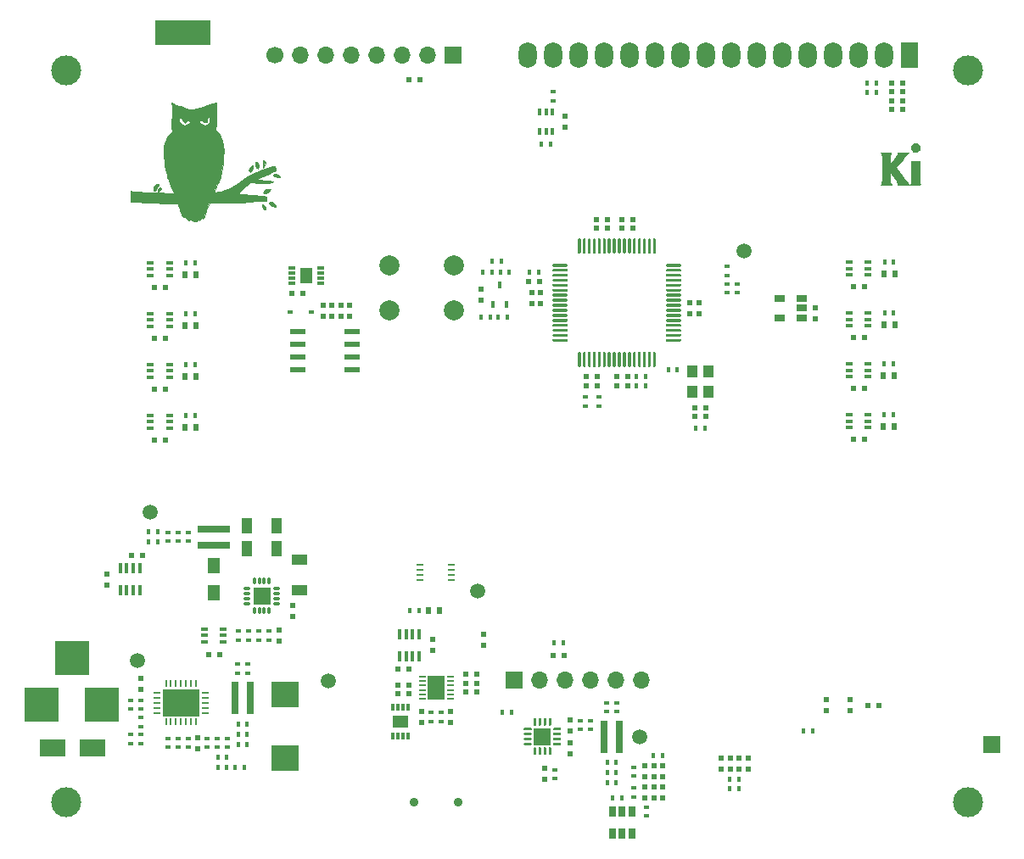
<source format=gbr>
G04 #@! TF.GenerationSoftware,KiCad,Pcbnew,(5.1.8)-1*
G04 #@! TF.CreationDate,2021-01-22T21:00:44-06:00*
G04 #@! TF.ProjectId,Pulse_Oximeter,50756c73-655f-44f7-9869-6d657465722e,rev?*
G04 #@! TF.SameCoordinates,Original*
G04 #@! TF.FileFunction,Soldermask,Top*
G04 #@! TF.FilePolarity,Negative*
%FSLAX46Y46*%
G04 Gerber Fmt 4.6, Leading zero omitted, Abs format (unit mm)*
G04 Created by KiCad (PCBNEW (5.1.8)-1) date 2021-01-22 21:00:44*
%MOMM*%
%LPD*%
G01*
G04 APERTURE LIST*
%ADD10C,0.100000*%
%ADD11C,0.010000*%
%ADD12R,0.400000X0.600000*%
%ADD13R,1.800000X2.600000*%
%ADD14O,1.800000X2.600000*%
%ADD15R,0.600000X0.500000*%
%ADD16R,0.600000X0.400000*%
%ADD17R,1.060000X0.650000*%
%ADD18R,0.650000X0.400000*%
%ADD19R,0.400000X0.650000*%
%ADD20R,0.650000X1.060000*%
%ADD21R,0.750000X0.250000*%
%ADD22R,0.400000X1.060000*%
%ADD23R,1.800000X1.800000*%
%ADD24O,0.300000X0.750000*%
%ADD25O,0.750000X0.300000*%
%ADD26C,1.500000*%
%ADD27R,1.700000X1.700000*%
%ADD28R,3.200000X0.800000*%
%ADD29R,1.200000X1.500000*%
%ADD30O,1.700000X1.700000*%
%ADD31C,0.900000*%
%ADD32C,3.000000*%
%ADD33R,0.600000X0.700000*%
%ADD34R,0.500000X0.600000*%
%ADD35R,1.000000X1.600000*%
%ADD36R,1.600000X1.000000*%
%ADD37R,0.800000X3.200000*%
%ADD38C,1.700000*%
%ADD39R,1.750000X1.750000*%
%ADD40R,1.825000X1.325000*%
%ADD41R,0.700000X0.250000*%
%ADD42R,0.250000X0.700000*%
%ADD43R,0.450000X0.700000*%
%ADD44R,2.700000X2.550000*%
%ADD45R,2.500000X1.800000*%
%ADD46R,0.600000X0.450000*%
%ADD47R,3.500000X3.500000*%
%ADD48C,2.000000*%
%ADD49R,0.830000X1.190000*%
%ADD50R,1.500000X1.300000*%
%ADD51R,0.300000X0.750000*%
%ADD52R,1.550000X0.600000*%
%ADD53R,1.300000X1.500000*%
%ADD54R,0.750000X0.300000*%
%ADD55R,1.100000X1.300000*%
G04 APERTURE END LIST*
D10*
G36*
X114363500Y-60452000D02*
G01*
X108902500Y-60452000D01*
X108902500Y-58102500D01*
X114363500Y-58102500D01*
X114363500Y-60452000D01*
G37*
X114363500Y-60452000D02*
X108902500Y-60452000D01*
X108902500Y-58102500D01*
X114363500Y-58102500D01*
X114363500Y-60452000D01*
D11*
G36*
X119860228Y-72116158D02*
G01*
X119886212Y-72158060D01*
X119936366Y-72350935D01*
X119889812Y-72544820D01*
X119818022Y-72651747D01*
X119697244Y-72792159D01*
X119661464Y-72532009D01*
X119652090Y-72339450D01*
X119675668Y-72187629D01*
X119723809Y-72090503D01*
X119788125Y-72062027D01*
X119860228Y-72116158D01*
G37*
X119860228Y-72116158D02*
X119886212Y-72158060D01*
X119936366Y-72350935D01*
X119889812Y-72544820D01*
X119818022Y-72651747D01*
X119697244Y-72792159D01*
X119661464Y-72532009D01*
X119652090Y-72339450D01*
X119675668Y-72187629D01*
X119723809Y-72090503D01*
X119788125Y-72062027D01*
X119860228Y-72116158D01*
G36*
X118999829Y-72219836D02*
G01*
X119079600Y-72273569D01*
X119165701Y-72385315D01*
X119186854Y-72422888D01*
X119243047Y-72579212D01*
X119252151Y-72718112D01*
X119222238Y-72821270D01*
X119161378Y-72870373D01*
X119077643Y-72847104D01*
X119023001Y-72794714D01*
X118980542Y-72700378D01*
X118945330Y-72548167D01*
X118933631Y-72459451D01*
X118923162Y-72308211D01*
X118933933Y-72234735D01*
X118972224Y-72216291D01*
X118999829Y-72219836D01*
G37*
X118999829Y-72219836D02*
X119079600Y-72273569D01*
X119165701Y-72385315D01*
X119186854Y-72422888D01*
X119243047Y-72579212D01*
X119252151Y-72718112D01*
X119222238Y-72821270D01*
X119161378Y-72870373D01*
X119077643Y-72847104D01*
X119023001Y-72794714D01*
X118980542Y-72700378D01*
X118945330Y-72548167D01*
X118933631Y-72459451D01*
X118923162Y-72308211D01*
X118933933Y-72234735D01*
X118972224Y-72216291D01*
X118999829Y-72219836D01*
G36*
X118708321Y-72636035D02*
G01*
X118710698Y-72752035D01*
X118650275Y-72940931D01*
X118619368Y-73012300D01*
X118525522Y-73169139D01*
X118431882Y-73224785D01*
X118337632Y-73179636D01*
X118319465Y-73159549D01*
X118293722Y-73058926D01*
X118320681Y-72918087D01*
X118386499Y-72773591D01*
X118477334Y-72661998D01*
X118518292Y-72634397D01*
X118643925Y-72595849D01*
X118708321Y-72636035D01*
G37*
X118708321Y-72636035D02*
X118710698Y-72752035D01*
X118650275Y-72940931D01*
X118619368Y-73012300D01*
X118525522Y-73169139D01*
X118431882Y-73224785D01*
X118337632Y-73179636D01*
X118319465Y-73159549D01*
X118293722Y-73058926D01*
X118320681Y-72918087D01*
X118386499Y-72773591D01*
X118477334Y-72661998D01*
X118518292Y-72634397D01*
X118643925Y-72595849D01*
X118708321Y-72636035D01*
G36*
X121031073Y-73408988D02*
G01*
X121151806Y-73479805D01*
X121269227Y-73571529D01*
X121356512Y-73662640D01*
X121386840Y-73731617D01*
X121383437Y-73741317D01*
X121307197Y-73778752D01*
X121170825Y-73779400D01*
X121008090Y-73745278D01*
X120922798Y-73713828D01*
X120803559Y-73650239D01*
X120730144Y-73589897D01*
X120727925Y-73586591D01*
X120724315Y-73502087D01*
X120792359Y-73424763D01*
X120904232Y-73382452D01*
X120933852Y-73380600D01*
X121031073Y-73408988D01*
G37*
X121031073Y-73408988D02*
X121151806Y-73479805D01*
X121269227Y-73571529D01*
X121356512Y-73662640D01*
X121386840Y-73731617D01*
X121383437Y-73741317D01*
X121307197Y-73778752D01*
X121170825Y-73779400D01*
X121008090Y-73745278D01*
X120922798Y-73713828D01*
X120803559Y-73650239D01*
X120730144Y-73589897D01*
X120727925Y-73586591D01*
X120724315Y-73502087D01*
X120792359Y-73424763D01*
X120904232Y-73382452D01*
X120933852Y-73380600D01*
X121031073Y-73408988D01*
G36*
X109237616Y-74410528D02*
G01*
X109251531Y-74472455D01*
X109238677Y-74536300D01*
X109192843Y-74651553D01*
X109111258Y-74802609D01*
X109014807Y-74955804D01*
X108924376Y-75077473D01*
X108870828Y-75129227D01*
X108802767Y-75129384D01*
X108795285Y-75123352D01*
X108774944Y-75056301D01*
X108763628Y-74928298D01*
X108762800Y-74880237D01*
X108783473Y-74709295D01*
X108860480Y-74579380D01*
X108905279Y-74533104D01*
X109027015Y-74443270D01*
X109143210Y-74397926D01*
X109160247Y-74396600D01*
X109237616Y-74410528D01*
G37*
X109237616Y-74410528D02*
X109251531Y-74472455D01*
X109238677Y-74536300D01*
X109192843Y-74651553D01*
X109111258Y-74802609D01*
X109014807Y-74955804D01*
X108924376Y-75077473D01*
X108870828Y-75129227D01*
X108802767Y-75129384D01*
X108795285Y-75123352D01*
X108774944Y-75056301D01*
X108763628Y-74928298D01*
X108762800Y-74880237D01*
X108783473Y-74709295D01*
X108860480Y-74579380D01*
X108905279Y-74533104D01*
X109027015Y-74443270D01*
X109143210Y-74397926D01*
X109160247Y-74396600D01*
X109237616Y-74410528D01*
G36*
X109492954Y-74816661D02*
G01*
X109524800Y-74869695D01*
X109493088Y-74943424D01*
X109416634Y-75036848D01*
X109323458Y-75123211D01*
X109241581Y-75175755D01*
X109203777Y-75176244D01*
X109167980Y-75079302D01*
X109187998Y-74957863D01*
X109253397Y-74864464D01*
X109267460Y-74855587D01*
X109398441Y-74808548D01*
X109492954Y-74816661D01*
G37*
X109492954Y-74816661D02*
X109524800Y-74869695D01*
X109493088Y-74943424D01*
X109416634Y-75036848D01*
X109323458Y-75123211D01*
X109241581Y-75175755D01*
X109203777Y-75176244D01*
X109167980Y-75079302D01*
X109187998Y-74957863D01*
X109253397Y-74864464D01*
X109267460Y-74855587D01*
X109398441Y-74808548D01*
X109492954Y-74816661D01*
G36*
X120353413Y-74924295D02*
G01*
X120427939Y-74978492D01*
X120412029Y-75059854D01*
X120306757Y-75161044D01*
X120134722Y-75263912D01*
X119943322Y-75342633D01*
X119809574Y-75356972D01*
X119742103Y-75306851D01*
X119735600Y-75267617D01*
X119768552Y-75168415D01*
X119849006Y-75051445D01*
X119860174Y-75039017D01*
X119988022Y-74939473D01*
X120147597Y-74905413D01*
X120187376Y-74904600D01*
X120353413Y-74924295D01*
G37*
X120353413Y-74924295D02*
X120427939Y-74978492D01*
X120412029Y-75059854D01*
X120306757Y-75161044D01*
X120134722Y-75263912D01*
X119943322Y-75342633D01*
X119809574Y-75356972D01*
X119742103Y-75306851D01*
X119735600Y-75267617D01*
X119768552Y-75168415D01*
X119849006Y-75051445D01*
X119860174Y-75039017D01*
X119988022Y-74939473D01*
X120147597Y-74905413D01*
X120187376Y-74904600D01*
X120353413Y-74924295D01*
G36*
X120531423Y-76249217D02*
G01*
X120685105Y-76320309D01*
X120824610Y-76422482D01*
X120923175Y-76540381D01*
X120954800Y-76643980D01*
X120948408Y-76703314D01*
X120915149Y-76724198D01*
X120833892Y-76706121D01*
X120683509Y-76648573D01*
X120654208Y-76636717D01*
X120485758Y-76549670D01*
X120355926Y-76447939D01*
X120281913Y-76349168D01*
X120280925Y-76271002D01*
X120288577Y-76261702D01*
X120390326Y-76224563D01*
X120531423Y-76249217D01*
G37*
X120531423Y-76249217D02*
X120685105Y-76320309D01*
X120824610Y-76422482D01*
X120923175Y-76540381D01*
X120954800Y-76643980D01*
X120948408Y-76703314D01*
X120915149Y-76724198D01*
X120833892Y-76706121D01*
X120683509Y-76648573D01*
X120654208Y-76636717D01*
X120485758Y-76549670D01*
X120355926Y-76447939D01*
X120281913Y-76349168D01*
X120280925Y-76271002D01*
X120288577Y-76261702D01*
X120390326Y-76224563D01*
X120531423Y-76249217D01*
G36*
X119777770Y-76517807D02*
G01*
X119852557Y-76639733D01*
X119906855Y-76796198D01*
X119913282Y-76826839D01*
X119931400Y-76965505D01*
X119909144Y-77015181D01*
X119836191Y-76983929D01*
X119772655Y-76936692D01*
X119670796Y-76818728D01*
X119608641Y-76674532D01*
X119596778Y-76539757D01*
X119631603Y-76461679D01*
X119698712Y-76451447D01*
X119777770Y-76517807D01*
G37*
X119777770Y-76517807D02*
X119852557Y-76639733D01*
X119906855Y-76796198D01*
X119913282Y-76826839D01*
X119931400Y-76965505D01*
X119909144Y-77015181D01*
X119836191Y-76983929D01*
X119772655Y-76936692D01*
X119670796Y-76818728D01*
X119608641Y-76674532D01*
X119596778Y-76539757D01*
X119631603Y-76461679D01*
X119698712Y-76451447D01*
X119777770Y-76517807D01*
G36*
X115028630Y-66365235D02*
G01*
X115030230Y-66480139D01*
X115025653Y-66560699D01*
X115019172Y-66704889D01*
X115014899Y-66925787D01*
X115012837Y-67198525D01*
X115012990Y-67498236D01*
X115015361Y-67800051D01*
X115019952Y-68079102D01*
X115025437Y-68275200D01*
X115021947Y-68445355D01*
X115005013Y-68654731D01*
X114990878Y-68769007D01*
X114970209Y-68934198D01*
X114973116Y-69028117D01*
X115006133Y-69079649D01*
X115069033Y-69114599D01*
X115228522Y-69238483D01*
X115372041Y-69457739D01*
X115500985Y-69774699D01*
X115540479Y-69900800D01*
X115691201Y-70539192D01*
X115758288Y-71144277D01*
X115747352Y-71637724D01*
X115726354Y-71888716D01*
X115708383Y-72145472D01*
X115696801Y-72359100D01*
X115695627Y-72390000D01*
X115656092Y-72862818D01*
X115573125Y-73247206D01*
X115540333Y-73343528D01*
X115492993Y-73499127D01*
X115469099Y-73635520D01*
X115468400Y-73653923D01*
X115447586Y-73750287D01*
X115391707Y-73910991D01*
X115310604Y-74109240D01*
X115258892Y-74224395D01*
X115159744Y-74445986D01*
X115062220Y-74677466D01*
X114975005Y-74896592D01*
X114906782Y-75081119D01*
X114866234Y-75208803D01*
X114858800Y-75249297D01*
X114904752Y-75262555D01*
X115031156Y-75250949D01*
X115220828Y-75217733D01*
X115456588Y-75166157D01*
X115721254Y-75099474D01*
X115874747Y-75057014D01*
X116238065Y-74938260D01*
X116519247Y-74811325D01*
X116676051Y-74714262D01*
X116847778Y-74595538D01*
X117013085Y-74485964D01*
X117108527Y-74426098D01*
X117236704Y-74340976D01*
X117402113Y-74219960D01*
X117534767Y-74116475D01*
X117688307Y-74009889D01*
X117917902Y-73872774D01*
X118205877Y-73713817D01*
X118534559Y-73541705D01*
X118886276Y-73365124D01*
X119243354Y-73192760D01*
X119588119Y-73033300D01*
X119902900Y-72895431D01*
X120170022Y-72787839D01*
X120371812Y-72719210D01*
X120385019Y-72715551D01*
X120603564Y-72663165D01*
X120763097Y-72638752D01*
X120846350Y-72644807D01*
X120850966Y-72648259D01*
X120889498Y-72726034D01*
X120925525Y-72856636D01*
X120930178Y-72880385D01*
X120944654Y-72993966D01*
X120922075Y-73067577D01*
X120843006Y-73133810D01*
X120743631Y-73193242D01*
X120553837Y-73289530D01*
X120340322Y-73379574D01*
X120269024Y-73405057D01*
X120090573Y-73470909D01*
X119869460Y-73561396D01*
X119659424Y-73654271D01*
X119468955Y-73741958D01*
X119299075Y-73819279D01*
X119183870Y-73870729D01*
X119176800Y-73873798D01*
X119098342Y-73918492D01*
X119113394Y-73948482D01*
X119126000Y-73953094D01*
X119270599Y-73988442D01*
X119485224Y-74027800D01*
X119738667Y-74066576D01*
X119999716Y-74100180D01*
X120237165Y-74124021D01*
X120332500Y-74130588D01*
X120547466Y-74149706D01*
X120667847Y-74179297D01*
X120700800Y-74215467D01*
X120653193Y-74255162D01*
X120522806Y-74288463D01*
X120328289Y-74314851D01*
X120088292Y-74333811D01*
X119821465Y-74344824D01*
X119546457Y-74347374D01*
X119281918Y-74340942D01*
X119046498Y-74325013D01*
X118858847Y-74299069D01*
X118752596Y-74269499D01*
X118623833Y-74224111D01*
X118531541Y-74227778D01*
X118421676Y-74283404D01*
X118414635Y-74287673D01*
X118296992Y-74371732D01*
X118141994Y-74498690D01*
X117994143Y-74631007D01*
X117832936Y-74776842D01*
X117674345Y-74911416D01*
X117563133Y-74997839D01*
X117432501Y-75114548D01*
X117331065Y-75244955D01*
X117322233Y-75260908D01*
X117292226Y-75321089D01*
X117280174Y-75367298D01*
X117297413Y-75402284D01*
X117355277Y-75428794D01*
X117465102Y-75449577D01*
X117638222Y-75467380D01*
X117885973Y-75484953D01*
X118219690Y-75505042D01*
X118364000Y-75513475D01*
X118694030Y-75534732D01*
X119017968Y-75559102D01*
X119310553Y-75584433D01*
X119546529Y-75608574D01*
X119674572Y-75625122D01*
X120045345Y-75681818D01*
X120030172Y-75915509D01*
X120015000Y-76149200D01*
X119521090Y-76132770D01*
X119196484Y-76134886D01*
X118839696Y-76157531D01*
X118530490Y-76194439D01*
X118178324Y-76234702D01*
X117735687Y-76259677D01*
X117212632Y-76268844D01*
X117094000Y-76268714D01*
X116752412Y-76267305D01*
X116406120Y-76265842D01*
X116083824Y-76264450D01*
X115814226Y-76263251D01*
X115671600Y-76262591D01*
X115389929Y-76265970D01*
X115080910Y-76277001D01*
X114803021Y-76293468D01*
X114755352Y-76297301D01*
X114321704Y-76334312D01*
X114050093Y-77066645D01*
X113924058Y-77397159D01*
X113823834Y-77637011D01*
X113745634Y-77792731D01*
X113685671Y-77870849D01*
X113640160Y-77877895D01*
X113608306Y-77828560D01*
X113577810Y-77786881D01*
X113533331Y-77820394D01*
X113481452Y-77899039D01*
X113387524Y-78021794D01*
X113314692Y-78048721D01*
X113269726Y-77990700D01*
X113227557Y-77978037D01*
X113146836Y-78052239D01*
X113134806Y-78066900D01*
X112994500Y-78181052D01*
X112838664Y-78195060D01*
X112669363Y-78108846D01*
X112641222Y-78085795D01*
X112531664Y-78008335D01*
X112450433Y-78001627D01*
X112412924Y-78019857D01*
X112291673Y-78041001D01*
X112155738Y-77978945D01*
X112026679Y-77845404D01*
X111990991Y-77790568D01*
X111919392Y-77693487D01*
X111870274Y-77687952D01*
X111860517Y-77700352D01*
X111789793Y-77742245D01*
X111698171Y-77701910D01*
X111606005Y-77589967D01*
X111588528Y-77558438D01*
X111541752Y-77446036D01*
X111479024Y-77265895D01*
X111410634Y-77048430D01*
X111377055Y-76933524D01*
X111314409Y-76723533D01*
X111257076Y-76549837D01*
X111213210Y-76436265D01*
X111196882Y-76407039D01*
X111135795Y-76393452D01*
X110987573Y-76380323D01*
X110766685Y-76368332D01*
X110487595Y-76358161D01*
X110164771Y-76350488D01*
X109919799Y-76346962D01*
X109512804Y-76340234D01*
X109076625Y-76328819D01*
X108628394Y-76313531D01*
X108185244Y-76295183D01*
X107764308Y-76274589D01*
X107382716Y-76252562D01*
X107057602Y-76229916D01*
X106806098Y-76207464D01*
X106692700Y-76193720D01*
X106527600Y-76169996D01*
X106527600Y-75147063D01*
X106743500Y-75177463D01*
X106868297Y-75189755D01*
X107082842Y-75204848D01*
X107375341Y-75222165D01*
X107733998Y-75241129D01*
X108147017Y-75261164D01*
X108602603Y-75281691D01*
X109088961Y-75302135D01*
X109594295Y-75321919D01*
X109999789Y-75336723D01*
X110279888Y-75344381D01*
X110519118Y-75346651D01*
X110701461Y-75343733D01*
X110810898Y-75335829D01*
X110835310Y-75326267D01*
X110803296Y-75258011D01*
X110747312Y-75135110D01*
X110723562Y-75082400D01*
X110648955Y-74934929D01*
X110575216Y-74817155D01*
X110557555Y-74795038D01*
X110504051Y-74700902D01*
X110444590Y-74546573D01*
X110406805Y-74419747D01*
X110353454Y-74240973D01*
X110296592Y-74088957D01*
X110262962Y-74021308D01*
X110219322Y-73921766D01*
X110161167Y-73747282D01*
X110095367Y-73522238D01*
X110028791Y-73271017D01*
X109968309Y-73018000D01*
X109932155Y-72847200D01*
X109914409Y-72726766D01*
X109891711Y-72527797D01*
X109866389Y-72273094D01*
X109840770Y-71985461D01*
X109827217Y-71819209D01*
X109801237Y-71446901D01*
X109791021Y-71149561D01*
X109799383Y-70901387D01*
X109829137Y-70676575D01*
X109883097Y-70449322D01*
X109964077Y-70193825D01*
X110022586Y-70027937D01*
X110134062Y-69763928D01*
X110265035Y-69556861D01*
X110402129Y-69402188D01*
X110529623Y-69270314D01*
X110597707Y-69180821D01*
X110618569Y-69104009D01*
X110604401Y-69010178D01*
X110588279Y-68948669D01*
X110556423Y-68772661D01*
X110539324Y-68558045D01*
X110537165Y-68338476D01*
X110550127Y-68147609D01*
X110578389Y-68019100D01*
X110583221Y-68008682D01*
X110632000Y-67866368D01*
X110645763Y-67785428D01*
X111260715Y-67785428D01*
X111273285Y-67894748D01*
X111300691Y-68037413D01*
X111337020Y-68181075D01*
X111364456Y-68264552D01*
X111472765Y-68418453D01*
X111643169Y-68515547D01*
X111849925Y-68550085D01*
X112067289Y-68516319D01*
X112206205Y-68452519D01*
X112356592Y-68335148D01*
X112406957Y-68232530D01*
X113346286Y-68232530D01*
X113408579Y-68327361D01*
X113483292Y-68406107D01*
X113667454Y-68527250D01*
X113880036Y-68550885D01*
X114120855Y-68476997D01*
X114143795Y-68465621D01*
X114300693Y-68365680D01*
X114378653Y-68250776D01*
X114392793Y-68089845D01*
X114380255Y-67979736D01*
X114356433Y-67838400D01*
X114329746Y-67779846D01*
X114282502Y-67786342D01*
X114223634Y-67822779D01*
X114122283Y-67939000D01*
X114086928Y-68088689D01*
X114065582Y-68215296D01*
X114013525Y-68272904D01*
X113930927Y-68291348D01*
X113784335Y-68268028D01*
X113679388Y-68182803D01*
X113588189Y-68100211D01*
X113506281Y-68090977D01*
X113451560Y-68111308D01*
X113361335Y-68167215D01*
X113346286Y-68232530D01*
X112406957Y-68232530D01*
X112409465Y-68227421D01*
X112363573Y-68132425D01*
X112342744Y-68115453D01*
X112234361Y-68054587D01*
X112163048Y-68077279D01*
X112106356Y-68173600D01*
X112014926Y-68279489D01*
X111931624Y-68300600D01*
X111809254Y-68263111D01*
X111698747Y-68172016D01*
X111630878Y-68059366D01*
X111625881Y-67982177D01*
X111612024Y-67905466D01*
X111515814Y-67837357D01*
X111469947Y-67816823D01*
X111349277Y-67768526D01*
X111275592Y-67742999D01*
X111268894Y-67741800D01*
X111260715Y-67785428D01*
X110645763Y-67785428D01*
X110662908Y-67684605D01*
X110672129Y-67504611D01*
X110655848Y-67367605D01*
X110645094Y-67340433D01*
X110616703Y-67208507D01*
X110640220Y-67005503D01*
X110642256Y-66995599D01*
X110667658Y-66789833D01*
X110641898Y-66611684D01*
X110621532Y-66548000D01*
X110581584Y-66418937D01*
X110566592Y-66336870D01*
X110569118Y-66325262D01*
X110626090Y-66327512D01*
X110727268Y-66363631D01*
X110830122Y-66414575D01*
X110892123Y-66461303D01*
X110896400Y-66471800D01*
X110945844Y-66519820D01*
X111090261Y-66578049D01*
X111323780Y-66644343D01*
X111455200Y-66675965D01*
X111671137Y-66737436D01*
X111904537Y-66820993D01*
X112008576Y-66864886D01*
X112149667Y-66924454D01*
X112270501Y-66958279D01*
X112404202Y-66970326D01*
X112583894Y-66964563D01*
X112743788Y-66952928D01*
X113105576Y-66905857D01*
X113457730Y-66817128D01*
X113689011Y-66738126D01*
X113898554Y-66663601D01*
X114137955Y-66582635D01*
X114385444Y-66502083D01*
X114619247Y-66428799D01*
X114817592Y-66369637D01*
X114958707Y-66331453D01*
X115015107Y-66320638D01*
X115028630Y-66365235D01*
G37*
X115028630Y-66365235D02*
X115030230Y-66480139D01*
X115025653Y-66560699D01*
X115019172Y-66704889D01*
X115014899Y-66925787D01*
X115012837Y-67198525D01*
X115012990Y-67498236D01*
X115015361Y-67800051D01*
X115019952Y-68079102D01*
X115025437Y-68275200D01*
X115021947Y-68445355D01*
X115005013Y-68654731D01*
X114990878Y-68769007D01*
X114970209Y-68934198D01*
X114973116Y-69028117D01*
X115006133Y-69079649D01*
X115069033Y-69114599D01*
X115228522Y-69238483D01*
X115372041Y-69457739D01*
X115500985Y-69774699D01*
X115540479Y-69900800D01*
X115691201Y-70539192D01*
X115758288Y-71144277D01*
X115747352Y-71637724D01*
X115726354Y-71888716D01*
X115708383Y-72145472D01*
X115696801Y-72359100D01*
X115695627Y-72390000D01*
X115656092Y-72862818D01*
X115573125Y-73247206D01*
X115540333Y-73343528D01*
X115492993Y-73499127D01*
X115469099Y-73635520D01*
X115468400Y-73653923D01*
X115447586Y-73750287D01*
X115391707Y-73910991D01*
X115310604Y-74109240D01*
X115258892Y-74224395D01*
X115159744Y-74445986D01*
X115062220Y-74677466D01*
X114975005Y-74896592D01*
X114906782Y-75081119D01*
X114866234Y-75208803D01*
X114858800Y-75249297D01*
X114904752Y-75262555D01*
X115031156Y-75250949D01*
X115220828Y-75217733D01*
X115456588Y-75166157D01*
X115721254Y-75099474D01*
X115874747Y-75057014D01*
X116238065Y-74938260D01*
X116519247Y-74811325D01*
X116676051Y-74714262D01*
X116847778Y-74595538D01*
X117013085Y-74485964D01*
X117108527Y-74426098D01*
X117236704Y-74340976D01*
X117402113Y-74219960D01*
X117534767Y-74116475D01*
X117688307Y-74009889D01*
X117917902Y-73872774D01*
X118205877Y-73713817D01*
X118534559Y-73541705D01*
X118886276Y-73365124D01*
X119243354Y-73192760D01*
X119588119Y-73033300D01*
X119902900Y-72895431D01*
X120170022Y-72787839D01*
X120371812Y-72719210D01*
X120385019Y-72715551D01*
X120603564Y-72663165D01*
X120763097Y-72638752D01*
X120846350Y-72644807D01*
X120850966Y-72648259D01*
X120889498Y-72726034D01*
X120925525Y-72856636D01*
X120930178Y-72880385D01*
X120944654Y-72993966D01*
X120922075Y-73067577D01*
X120843006Y-73133810D01*
X120743631Y-73193242D01*
X120553837Y-73289530D01*
X120340322Y-73379574D01*
X120269024Y-73405057D01*
X120090573Y-73470909D01*
X119869460Y-73561396D01*
X119659424Y-73654271D01*
X119468955Y-73741958D01*
X119299075Y-73819279D01*
X119183870Y-73870729D01*
X119176800Y-73873798D01*
X119098342Y-73918492D01*
X119113394Y-73948482D01*
X119126000Y-73953094D01*
X119270599Y-73988442D01*
X119485224Y-74027800D01*
X119738667Y-74066576D01*
X119999716Y-74100180D01*
X120237165Y-74124021D01*
X120332500Y-74130588D01*
X120547466Y-74149706D01*
X120667847Y-74179297D01*
X120700800Y-74215467D01*
X120653193Y-74255162D01*
X120522806Y-74288463D01*
X120328289Y-74314851D01*
X120088292Y-74333811D01*
X119821465Y-74344824D01*
X119546457Y-74347374D01*
X119281918Y-74340942D01*
X119046498Y-74325013D01*
X118858847Y-74299069D01*
X118752596Y-74269499D01*
X118623833Y-74224111D01*
X118531541Y-74227778D01*
X118421676Y-74283404D01*
X118414635Y-74287673D01*
X118296992Y-74371732D01*
X118141994Y-74498690D01*
X117994143Y-74631007D01*
X117832936Y-74776842D01*
X117674345Y-74911416D01*
X117563133Y-74997839D01*
X117432501Y-75114548D01*
X117331065Y-75244955D01*
X117322233Y-75260908D01*
X117292226Y-75321089D01*
X117280174Y-75367298D01*
X117297413Y-75402284D01*
X117355277Y-75428794D01*
X117465102Y-75449577D01*
X117638222Y-75467380D01*
X117885973Y-75484953D01*
X118219690Y-75505042D01*
X118364000Y-75513475D01*
X118694030Y-75534732D01*
X119017968Y-75559102D01*
X119310553Y-75584433D01*
X119546529Y-75608574D01*
X119674572Y-75625122D01*
X120045345Y-75681818D01*
X120030172Y-75915509D01*
X120015000Y-76149200D01*
X119521090Y-76132770D01*
X119196484Y-76134886D01*
X118839696Y-76157531D01*
X118530490Y-76194439D01*
X118178324Y-76234702D01*
X117735687Y-76259677D01*
X117212632Y-76268844D01*
X117094000Y-76268714D01*
X116752412Y-76267305D01*
X116406120Y-76265842D01*
X116083824Y-76264450D01*
X115814226Y-76263251D01*
X115671600Y-76262591D01*
X115389929Y-76265970D01*
X115080910Y-76277001D01*
X114803021Y-76293468D01*
X114755352Y-76297301D01*
X114321704Y-76334312D01*
X114050093Y-77066645D01*
X113924058Y-77397159D01*
X113823834Y-77637011D01*
X113745634Y-77792731D01*
X113685671Y-77870849D01*
X113640160Y-77877895D01*
X113608306Y-77828560D01*
X113577810Y-77786881D01*
X113533331Y-77820394D01*
X113481452Y-77899039D01*
X113387524Y-78021794D01*
X113314692Y-78048721D01*
X113269726Y-77990700D01*
X113227557Y-77978037D01*
X113146836Y-78052239D01*
X113134806Y-78066900D01*
X112994500Y-78181052D01*
X112838664Y-78195060D01*
X112669363Y-78108846D01*
X112641222Y-78085795D01*
X112531664Y-78008335D01*
X112450433Y-78001627D01*
X112412924Y-78019857D01*
X112291673Y-78041001D01*
X112155738Y-77978945D01*
X112026679Y-77845404D01*
X111990991Y-77790568D01*
X111919392Y-77693487D01*
X111870274Y-77687952D01*
X111860517Y-77700352D01*
X111789793Y-77742245D01*
X111698171Y-77701910D01*
X111606005Y-77589967D01*
X111588528Y-77558438D01*
X111541752Y-77446036D01*
X111479024Y-77265895D01*
X111410634Y-77048430D01*
X111377055Y-76933524D01*
X111314409Y-76723533D01*
X111257076Y-76549837D01*
X111213210Y-76436265D01*
X111196882Y-76407039D01*
X111135795Y-76393452D01*
X110987573Y-76380323D01*
X110766685Y-76368332D01*
X110487595Y-76358161D01*
X110164771Y-76350488D01*
X109919799Y-76346962D01*
X109512804Y-76340234D01*
X109076625Y-76328819D01*
X108628394Y-76313531D01*
X108185244Y-76295183D01*
X107764308Y-76274589D01*
X107382716Y-76252562D01*
X107057602Y-76229916D01*
X106806098Y-76207464D01*
X106692700Y-76193720D01*
X106527600Y-76169996D01*
X106527600Y-75147063D01*
X106743500Y-75177463D01*
X106868297Y-75189755D01*
X107082842Y-75204848D01*
X107375341Y-75222165D01*
X107733998Y-75241129D01*
X108147017Y-75261164D01*
X108602603Y-75281691D01*
X109088961Y-75302135D01*
X109594295Y-75321919D01*
X109999789Y-75336723D01*
X110279888Y-75344381D01*
X110519118Y-75346651D01*
X110701461Y-75343733D01*
X110810898Y-75335829D01*
X110835310Y-75326267D01*
X110803296Y-75258011D01*
X110747312Y-75135110D01*
X110723562Y-75082400D01*
X110648955Y-74934929D01*
X110575216Y-74817155D01*
X110557555Y-74795038D01*
X110504051Y-74700902D01*
X110444590Y-74546573D01*
X110406805Y-74419747D01*
X110353454Y-74240973D01*
X110296592Y-74088957D01*
X110262962Y-74021308D01*
X110219322Y-73921766D01*
X110161167Y-73747282D01*
X110095367Y-73522238D01*
X110028791Y-73271017D01*
X109968309Y-73018000D01*
X109932155Y-72847200D01*
X109914409Y-72726766D01*
X109891711Y-72527797D01*
X109866389Y-72273094D01*
X109840770Y-71985461D01*
X109827217Y-71819209D01*
X109801237Y-71446901D01*
X109791021Y-71149561D01*
X109799383Y-70901387D01*
X109829137Y-70676575D01*
X109883097Y-70449322D01*
X109964077Y-70193825D01*
X110022586Y-70027937D01*
X110134062Y-69763928D01*
X110265035Y-69556861D01*
X110402129Y-69402188D01*
X110529623Y-69270314D01*
X110597707Y-69180821D01*
X110618569Y-69104009D01*
X110604401Y-69010178D01*
X110588279Y-68948669D01*
X110556423Y-68772661D01*
X110539324Y-68558045D01*
X110537165Y-68338476D01*
X110550127Y-68147609D01*
X110578389Y-68019100D01*
X110583221Y-68008682D01*
X110632000Y-67866368D01*
X110645763Y-67785428D01*
X111260715Y-67785428D01*
X111273285Y-67894748D01*
X111300691Y-68037413D01*
X111337020Y-68181075D01*
X111364456Y-68264552D01*
X111472765Y-68418453D01*
X111643169Y-68515547D01*
X111849925Y-68550085D01*
X112067289Y-68516319D01*
X112206205Y-68452519D01*
X112356592Y-68335148D01*
X112406957Y-68232530D01*
X113346286Y-68232530D01*
X113408579Y-68327361D01*
X113483292Y-68406107D01*
X113667454Y-68527250D01*
X113880036Y-68550885D01*
X114120855Y-68476997D01*
X114143795Y-68465621D01*
X114300693Y-68365680D01*
X114378653Y-68250776D01*
X114392793Y-68089845D01*
X114380255Y-67979736D01*
X114356433Y-67838400D01*
X114329746Y-67779846D01*
X114282502Y-67786342D01*
X114223634Y-67822779D01*
X114122283Y-67939000D01*
X114086928Y-68088689D01*
X114065582Y-68215296D01*
X114013525Y-68272904D01*
X113930927Y-68291348D01*
X113784335Y-68268028D01*
X113679388Y-68182803D01*
X113588189Y-68100211D01*
X113506281Y-68090977D01*
X113451560Y-68111308D01*
X113361335Y-68167215D01*
X113346286Y-68232530D01*
X112406957Y-68232530D01*
X112409465Y-68227421D01*
X112363573Y-68132425D01*
X112342744Y-68115453D01*
X112234361Y-68054587D01*
X112163048Y-68077279D01*
X112106356Y-68173600D01*
X112014926Y-68279489D01*
X111931624Y-68300600D01*
X111809254Y-68263111D01*
X111698747Y-68172016D01*
X111630878Y-68059366D01*
X111625881Y-67982177D01*
X111612024Y-67905466D01*
X111515814Y-67837357D01*
X111469947Y-67816823D01*
X111349277Y-67768526D01*
X111275592Y-67742999D01*
X111268894Y-67741800D01*
X111260715Y-67785428D01*
X110645763Y-67785428D01*
X110662908Y-67684605D01*
X110672129Y-67504611D01*
X110655848Y-67367605D01*
X110645094Y-67340433D01*
X110616703Y-67208507D01*
X110640220Y-67005503D01*
X110642256Y-66995599D01*
X110667658Y-66789833D01*
X110641898Y-66611684D01*
X110621532Y-66548000D01*
X110581584Y-66418937D01*
X110566592Y-66336870D01*
X110569118Y-66325262D01*
X110626090Y-66327512D01*
X110727268Y-66363631D01*
X110830122Y-66414575D01*
X110892123Y-66461303D01*
X110896400Y-66471800D01*
X110945844Y-66519820D01*
X111090261Y-66578049D01*
X111323780Y-66644343D01*
X111455200Y-66675965D01*
X111671137Y-66737436D01*
X111904537Y-66820993D01*
X112008576Y-66864886D01*
X112149667Y-66924454D01*
X112270501Y-66958279D01*
X112404202Y-66970326D01*
X112583894Y-66964563D01*
X112743788Y-66952928D01*
X113105576Y-66905857D01*
X113457730Y-66817128D01*
X113689011Y-66738126D01*
X113898554Y-66663601D01*
X114137955Y-66582635D01*
X114385444Y-66502083D01*
X114619247Y-66428799D01*
X114817592Y-66369637D01*
X114958707Y-66331453D01*
X115015107Y-66320638D01*
X115028630Y-66365235D01*
G36*
X184963441Y-70369960D02*
G01*
X185081045Y-70436395D01*
X185174523Y-70539045D01*
X185218312Y-70625124D01*
X185248922Y-70763614D01*
X185239821Y-70901591D01*
X185192473Y-71023084D01*
X185180088Y-71041850D01*
X185089649Y-71129408D01*
X184970771Y-71189553D01*
X184837833Y-71219418D01*
X184705213Y-71216134D01*
X184587290Y-71176832D01*
X184566506Y-71164244D01*
X184484237Y-71085394D01*
X184416414Y-70976770D01*
X184374247Y-70859295D01*
X184365900Y-70789799D01*
X184385174Y-70680575D01*
X184435690Y-70566110D01*
X184506482Y-70467158D01*
X184562142Y-70418295D01*
X184694361Y-70357876D01*
X184831337Y-70342776D01*
X184963441Y-70369960D01*
G37*
X184963441Y-70369960D02*
X185081045Y-70436395D01*
X185174523Y-70539045D01*
X185218312Y-70625124D01*
X185248922Y-70763614D01*
X185239821Y-70901591D01*
X185192473Y-71023084D01*
X185180088Y-71041850D01*
X185089649Y-71129408D01*
X184970771Y-71189553D01*
X184837833Y-71219418D01*
X184705213Y-71216134D01*
X184587290Y-71176832D01*
X184566506Y-71164244D01*
X184484237Y-71085394D01*
X184416414Y-70976770D01*
X184374247Y-70859295D01*
X184365900Y-70789799D01*
X184385174Y-70680575D01*
X184435690Y-70566110D01*
X184506482Y-70467158D01*
X184562142Y-70418295D01*
X184694361Y-70357876D01*
X184831337Y-70342776D01*
X184963441Y-70369960D01*
G36*
X185204100Y-73236045D02*
G01*
X185204321Y-73507528D01*
X185205083Y-73732618D01*
X185206526Y-73915721D01*
X185208794Y-74061240D01*
X185212031Y-74173583D01*
X185216378Y-74257155D01*
X185221980Y-74316359D01*
X185228978Y-74355603D01*
X185237516Y-74379292D01*
X185241392Y-74385395D01*
X185267678Y-74422943D01*
X185278391Y-74451085D01*
X185268210Y-74471174D01*
X185231812Y-74484563D01*
X185163876Y-74492605D01*
X185059078Y-74496653D01*
X184912098Y-74498060D01*
X184797700Y-74498200D01*
X184647418Y-74497515D01*
X184516227Y-74495608D01*
X184411927Y-74492702D01*
X184342319Y-74489017D01*
X184315205Y-74484776D01*
X184315100Y-74484488D01*
X184325655Y-74455454D01*
X184352226Y-74398509D01*
X184365900Y-74371200D01*
X184378766Y-74343760D01*
X184389259Y-74313394D01*
X184397620Y-74274920D01*
X184404091Y-74223155D01*
X184408911Y-74152918D01*
X184412322Y-74059027D01*
X184414565Y-73936301D01*
X184415881Y-73779559D01*
X184416510Y-73583617D01*
X184416695Y-73343296D01*
X184416700Y-73278750D01*
X184416447Y-73021269D01*
X184415571Y-72809749D01*
X184413896Y-72639351D01*
X184411248Y-72505238D01*
X184407450Y-72402571D01*
X184402327Y-72326513D01*
X184395703Y-72272226D01*
X184387403Y-72234872D01*
X184377947Y-72210938D01*
X184339195Y-72136000D01*
X185204100Y-72136000D01*
X185204100Y-73236045D01*
G37*
X185204100Y-73236045D02*
X185204321Y-73507528D01*
X185205083Y-73732618D01*
X185206526Y-73915721D01*
X185208794Y-74061240D01*
X185212031Y-74173583D01*
X185216378Y-74257155D01*
X185221980Y-74316359D01*
X185228978Y-74355603D01*
X185237516Y-74379292D01*
X185241392Y-74385395D01*
X185267678Y-74422943D01*
X185278391Y-74451085D01*
X185268210Y-74471174D01*
X185231812Y-74484563D01*
X185163876Y-74492605D01*
X185059078Y-74496653D01*
X184912098Y-74498060D01*
X184797700Y-74498200D01*
X184647418Y-74497515D01*
X184516227Y-74495608D01*
X184411927Y-74492702D01*
X184342319Y-74489017D01*
X184315205Y-74484776D01*
X184315100Y-74484488D01*
X184325655Y-74455454D01*
X184352226Y-74398509D01*
X184365900Y-74371200D01*
X184378766Y-74343760D01*
X184389259Y-74313394D01*
X184397620Y-74274920D01*
X184404091Y-74223155D01*
X184408911Y-74152918D01*
X184412322Y-74059027D01*
X184414565Y-73936301D01*
X184415881Y-73779559D01*
X184416510Y-73583617D01*
X184416695Y-73343296D01*
X184416700Y-73278750D01*
X184416447Y-73021269D01*
X184415571Y-72809749D01*
X184413896Y-72639351D01*
X184411248Y-72505238D01*
X184407450Y-72402571D01*
X184402327Y-72326513D01*
X184395703Y-72272226D01*
X184387403Y-72234872D01*
X184377947Y-72210938D01*
X184339195Y-72136000D01*
X185204100Y-72136000D01*
X185204100Y-73236045D01*
G36*
X183621247Y-71272400D02*
G01*
X184166559Y-71272400D01*
X183967779Y-71473787D01*
X183638071Y-71836691D01*
X183423651Y-72110815D01*
X183345203Y-72214400D01*
X183250644Y-72334529D01*
X183150550Y-72458202D01*
X183055498Y-72572419D01*
X182976066Y-72664181D01*
X182950968Y-72691760D01*
X182869536Y-72779212D01*
X182939494Y-72870356D01*
X183074936Y-73059604D01*
X183162478Y-73199050D01*
X183217348Y-73281286D01*
X183278624Y-73360612D01*
X183283773Y-73366607D01*
X183352722Y-73449581D01*
X183433247Y-73552137D01*
X183516442Y-73662288D01*
X183593402Y-73768047D01*
X183655219Y-73857425D01*
X183690876Y-73914547D01*
X183725957Y-73967596D01*
X183784486Y-74046062D01*
X183856320Y-74137252D01*
X183931315Y-74228472D01*
X183999328Y-74307032D01*
X184035700Y-74346020D01*
X184059589Y-74372081D01*
X184101863Y-74419406D01*
X184109977Y-74428570D01*
X184171555Y-74498200D01*
X183045100Y-74498200D01*
X183045100Y-74419923D01*
X183028337Y-74343395D01*
X182981107Y-74238149D01*
X182907993Y-74112239D01*
X182813581Y-73973716D01*
X182726042Y-73859533D01*
X182654768Y-73767313D01*
X182589447Y-73676269D01*
X182542277Y-73603535D01*
X182536171Y-73592833D01*
X182496129Y-73526434D01*
X182460842Y-73478284D01*
X182452199Y-73469500D01*
X182417638Y-73430816D01*
X182377415Y-73374250D01*
X182339726Y-73326093D01*
X182309215Y-73304487D01*
X182307914Y-73304400D01*
X182299038Y-73329091D01*
X182291918Y-73400381D01*
X182286764Y-73514092D01*
X182283783Y-73666044D01*
X182283100Y-73800961D01*
X182283784Y-73980263D01*
X182286195Y-74116270D01*
X182290875Y-74216475D01*
X182298363Y-74288369D01*
X182309198Y-74339443D01*
X182323921Y-74377188D01*
X182324744Y-74378811D01*
X182360217Y-74438491D01*
X182391723Y-74476618D01*
X182394594Y-74478761D01*
X182379097Y-74484323D01*
X182319747Y-74489262D01*
X182223486Y-74493312D01*
X182097259Y-74496207D01*
X181948011Y-74497682D01*
X181896294Y-74497811D01*
X181369789Y-74498200D01*
X181399468Y-74428350D01*
X181427641Y-74369758D01*
X181449724Y-74334370D01*
X181453557Y-74305142D01*
X181457157Y-74229781D01*
X181460459Y-74112951D01*
X181463396Y-73959317D01*
X181465899Y-73773546D01*
X181467904Y-73560302D01*
X181469342Y-73324251D01*
X181470147Y-73070059D01*
X181470299Y-72898290D01*
X181470241Y-72594311D01*
X181469970Y-72336912D01*
X181469346Y-72121874D01*
X181468226Y-71944978D01*
X181466469Y-71802004D01*
X181463933Y-71688733D01*
X181460476Y-71600945D01*
X181455957Y-71534421D01*
X181450233Y-71484941D01*
X181443162Y-71448286D01*
X181434604Y-71420237D01*
X181424416Y-71396574D01*
X181419499Y-71386699D01*
X181388744Y-71324869D01*
X181370690Y-71285660D01*
X181368699Y-71279729D01*
X181392835Y-71277507D01*
X181460188Y-71275556D01*
X181563172Y-71273984D01*
X181694206Y-71272901D01*
X181845705Y-71272415D01*
X181879417Y-71272400D01*
X182052560Y-71272664D01*
X182181129Y-71273831D01*
X182271346Y-71276464D01*
X182329437Y-71281123D01*
X182361624Y-71288372D01*
X182374132Y-71298772D01*
X182373186Y-71312885D01*
X182371664Y-71316850D01*
X182338305Y-71405673D01*
X182314239Y-71494181D01*
X182298080Y-71593141D01*
X182288442Y-71713321D01*
X182283940Y-71865488D01*
X182283100Y-72005088D01*
X182283099Y-72424904D01*
X182359299Y-72351900D01*
X182406913Y-72301557D01*
X182433494Y-72264278D01*
X182435500Y-72257483D01*
X182450637Y-72231550D01*
X182490128Y-72178128D01*
X182545088Y-72108145D01*
X182606632Y-72032529D01*
X182665877Y-71962209D01*
X182713939Y-71908114D01*
X182740739Y-71882000D01*
X182763061Y-71854734D01*
X182801436Y-71798630D01*
X182829302Y-71755000D01*
X182887505Y-71667298D01*
X182950451Y-71580698D01*
X182972799Y-71552362D01*
X183017513Y-71485736D01*
X183042908Y-71424643D01*
X183045100Y-71408390D01*
X183045622Y-71364677D01*
X183051291Y-71331502D01*
X183068262Y-71307412D01*
X183102689Y-71290955D01*
X183160726Y-71280677D01*
X183248528Y-71275127D01*
X183372250Y-71272851D01*
X183538045Y-71272396D01*
X183621247Y-71272400D01*
G37*
X183621247Y-71272400D02*
X184166559Y-71272400D01*
X183967779Y-71473787D01*
X183638071Y-71836691D01*
X183423651Y-72110815D01*
X183345203Y-72214400D01*
X183250644Y-72334529D01*
X183150550Y-72458202D01*
X183055498Y-72572419D01*
X182976066Y-72664181D01*
X182950968Y-72691760D01*
X182869536Y-72779212D01*
X182939494Y-72870356D01*
X183074936Y-73059604D01*
X183162478Y-73199050D01*
X183217348Y-73281286D01*
X183278624Y-73360612D01*
X183283773Y-73366607D01*
X183352722Y-73449581D01*
X183433247Y-73552137D01*
X183516442Y-73662288D01*
X183593402Y-73768047D01*
X183655219Y-73857425D01*
X183690876Y-73914547D01*
X183725957Y-73967596D01*
X183784486Y-74046062D01*
X183856320Y-74137252D01*
X183931315Y-74228472D01*
X183999328Y-74307032D01*
X184035700Y-74346020D01*
X184059589Y-74372081D01*
X184101863Y-74419406D01*
X184109977Y-74428570D01*
X184171555Y-74498200D01*
X183045100Y-74498200D01*
X183045100Y-74419923D01*
X183028337Y-74343395D01*
X182981107Y-74238149D01*
X182907993Y-74112239D01*
X182813581Y-73973716D01*
X182726042Y-73859533D01*
X182654768Y-73767313D01*
X182589447Y-73676269D01*
X182542277Y-73603535D01*
X182536171Y-73592833D01*
X182496129Y-73526434D01*
X182460842Y-73478284D01*
X182452199Y-73469500D01*
X182417638Y-73430816D01*
X182377415Y-73374250D01*
X182339726Y-73326093D01*
X182309215Y-73304487D01*
X182307914Y-73304400D01*
X182299038Y-73329091D01*
X182291918Y-73400381D01*
X182286764Y-73514092D01*
X182283783Y-73666044D01*
X182283100Y-73800961D01*
X182283784Y-73980263D01*
X182286195Y-74116270D01*
X182290875Y-74216475D01*
X182298363Y-74288369D01*
X182309198Y-74339443D01*
X182323921Y-74377188D01*
X182324744Y-74378811D01*
X182360217Y-74438491D01*
X182391723Y-74476618D01*
X182394594Y-74478761D01*
X182379097Y-74484323D01*
X182319747Y-74489262D01*
X182223486Y-74493312D01*
X182097259Y-74496207D01*
X181948011Y-74497682D01*
X181896294Y-74497811D01*
X181369789Y-74498200D01*
X181399468Y-74428350D01*
X181427641Y-74369758D01*
X181449724Y-74334370D01*
X181453557Y-74305142D01*
X181457157Y-74229781D01*
X181460459Y-74112951D01*
X181463396Y-73959317D01*
X181465899Y-73773546D01*
X181467904Y-73560302D01*
X181469342Y-73324251D01*
X181470147Y-73070059D01*
X181470299Y-72898290D01*
X181470241Y-72594311D01*
X181469970Y-72336912D01*
X181469346Y-72121874D01*
X181468226Y-71944978D01*
X181466469Y-71802004D01*
X181463933Y-71688733D01*
X181460476Y-71600945D01*
X181455957Y-71534421D01*
X181450233Y-71484941D01*
X181443162Y-71448286D01*
X181434604Y-71420237D01*
X181424416Y-71396574D01*
X181419499Y-71386699D01*
X181388744Y-71324869D01*
X181370690Y-71285660D01*
X181368699Y-71279729D01*
X181392835Y-71277507D01*
X181460188Y-71275556D01*
X181563172Y-71273984D01*
X181694206Y-71272901D01*
X181845705Y-71272415D01*
X181879417Y-71272400D01*
X182052560Y-71272664D01*
X182181129Y-71273831D01*
X182271346Y-71276464D01*
X182329437Y-71281123D01*
X182361624Y-71288372D01*
X182374132Y-71298772D01*
X182373186Y-71312885D01*
X182371664Y-71316850D01*
X182338305Y-71405673D01*
X182314239Y-71494181D01*
X182298080Y-71593141D01*
X182288442Y-71713321D01*
X182283940Y-71865488D01*
X182283100Y-72005088D01*
X182283099Y-72424904D01*
X182359299Y-72351900D01*
X182406913Y-72301557D01*
X182433494Y-72264278D01*
X182435500Y-72257483D01*
X182450637Y-72231550D01*
X182490128Y-72178128D01*
X182545088Y-72108145D01*
X182606632Y-72032529D01*
X182665877Y-71962209D01*
X182713939Y-71908114D01*
X182740739Y-71882000D01*
X182763061Y-71854734D01*
X182801436Y-71798630D01*
X182829302Y-71755000D01*
X182887505Y-71667298D01*
X182950451Y-71580698D01*
X182972799Y-71552362D01*
X183017513Y-71485736D01*
X183042908Y-71424643D01*
X183045100Y-71408390D01*
X183045622Y-71364677D01*
X183051291Y-71331502D01*
X183068262Y-71307412D01*
X183102689Y-71290955D01*
X183160726Y-71280677D01*
X183248528Y-71275127D01*
X183372250Y-71272851D01*
X183538045Y-71272396D01*
X183621247Y-71272400D01*
D12*
X118116000Y-128397000D03*
X117216000Y-128397000D03*
D13*
X184187600Y-61592500D03*
D14*
X181647600Y-61592500D03*
X179107600Y-61592500D03*
X176567600Y-61592500D03*
X174027600Y-61592500D03*
X171487600Y-61592500D03*
X168947600Y-61592500D03*
X166407600Y-61592500D03*
X163867600Y-61592500D03*
X161327600Y-61592500D03*
X158787600Y-61592500D03*
X156247600Y-61592500D03*
X153707600Y-61592500D03*
X151167600Y-61592500D03*
X148627600Y-61592500D03*
X146087600Y-61592500D03*
D15*
X183494000Y-66990000D03*
X182394000Y-66990000D03*
X183494000Y-66101000D03*
X182394000Y-66101000D03*
X108860000Y-84770000D03*
X109960000Y-84770000D03*
D16*
X167005000Y-85283500D03*
X167005000Y-84383500D03*
G36*
G01*
X151104000Y-81294000D02*
X151104000Y-79969000D01*
G75*
G02*
X151179000Y-79894000I75000J0D01*
G01*
X151329000Y-79894000D01*
G75*
G02*
X151404000Y-79969000I0J-75000D01*
G01*
X151404000Y-81294000D01*
G75*
G02*
X151329000Y-81369000I-75000J0D01*
G01*
X151179000Y-81369000D01*
G75*
G02*
X151104000Y-81294000I0J75000D01*
G01*
G37*
G36*
G01*
X151604000Y-81294000D02*
X151604000Y-79969000D01*
G75*
G02*
X151679000Y-79894000I75000J0D01*
G01*
X151829000Y-79894000D01*
G75*
G02*
X151904000Y-79969000I0J-75000D01*
G01*
X151904000Y-81294000D01*
G75*
G02*
X151829000Y-81369000I-75000J0D01*
G01*
X151679000Y-81369000D01*
G75*
G02*
X151604000Y-81294000I0J75000D01*
G01*
G37*
G36*
G01*
X152104000Y-81294000D02*
X152104000Y-79969000D01*
G75*
G02*
X152179000Y-79894000I75000J0D01*
G01*
X152329000Y-79894000D01*
G75*
G02*
X152404000Y-79969000I0J-75000D01*
G01*
X152404000Y-81294000D01*
G75*
G02*
X152329000Y-81369000I-75000J0D01*
G01*
X152179000Y-81369000D01*
G75*
G02*
X152104000Y-81294000I0J75000D01*
G01*
G37*
G36*
G01*
X152604000Y-81294000D02*
X152604000Y-79969000D01*
G75*
G02*
X152679000Y-79894000I75000J0D01*
G01*
X152829000Y-79894000D01*
G75*
G02*
X152904000Y-79969000I0J-75000D01*
G01*
X152904000Y-81294000D01*
G75*
G02*
X152829000Y-81369000I-75000J0D01*
G01*
X152679000Y-81369000D01*
G75*
G02*
X152604000Y-81294000I0J75000D01*
G01*
G37*
G36*
G01*
X153104000Y-81294000D02*
X153104000Y-79969000D01*
G75*
G02*
X153179000Y-79894000I75000J0D01*
G01*
X153329000Y-79894000D01*
G75*
G02*
X153404000Y-79969000I0J-75000D01*
G01*
X153404000Y-81294000D01*
G75*
G02*
X153329000Y-81369000I-75000J0D01*
G01*
X153179000Y-81369000D01*
G75*
G02*
X153104000Y-81294000I0J75000D01*
G01*
G37*
G36*
G01*
X153604000Y-81294000D02*
X153604000Y-79969000D01*
G75*
G02*
X153679000Y-79894000I75000J0D01*
G01*
X153829000Y-79894000D01*
G75*
G02*
X153904000Y-79969000I0J-75000D01*
G01*
X153904000Y-81294000D01*
G75*
G02*
X153829000Y-81369000I-75000J0D01*
G01*
X153679000Y-81369000D01*
G75*
G02*
X153604000Y-81294000I0J75000D01*
G01*
G37*
G36*
G01*
X154104000Y-81294000D02*
X154104000Y-79969000D01*
G75*
G02*
X154179000Y-79894000I75000J0D01*
G01*
X154329000Y-79894000D01*
G75*
G02*
X154404000Y-79969000I0J-75000D01*
G01*
X154404000Y-81294000D01*
G75*
G02*
X154329000Y-81369000I-75000J0D01*
G01*
X154179000Y-81369000D01*
G75*
G02*
X154104000Y-81294000I0J75000D01*
G01*
G37*
G36*
G01*
X154604000Y-81294000D02*
X154604000Y-79969000D01*
G75*
G02*
X154679000Y-79894000I75000J0D01*
G01*
X154829000Y-79894000D01*
G75*
G02*
X154904000Y-79969000I0J-75000D01*
G01*
X154904000Y-81294000D01*
G75*
G02*
X154829000Y-81369000I-75000J0D01*
G01*
X154679000Y-81369000D01*
G75*
G02*
X154604000Y-81294000I0J75000D01*
G01*
G37*
G36*
G01*
X155104000Y-81294000D02*
X155104000Y-79969000D01*
G75*
G02*
X155179000Y-79894000I75000J0D01*
G01*
X155329000Y-79894000D01*
G75*
G02*
X155404000Y-79969000I0J-75000D01*
G01*
X155404000Y-81294000D01*
G75*
G02*
X155329000Y-81369000I-75000J0D01*
G01*
X155179000Y-81369000D01*
G75*
G02*
X155104000Y-81294000I0J75000D01*
G01*
G37*
G36*
G01*
X155604000Y-81294000D02*
X155604000Y-79969000D01*
G75*
G02*
X155679000Y-79894000I75000J0D01*
G01*
X155829000Y-79894000D01*
G75*
G02*
X155904000Y-79969000I0J-75000D01*
G01*
X155904000Y-81294000D01*
G75*
G02*
X155829000Y-81369000I-75000J0D01*
G01*
X155679000Y-81369000D01*
G75*
G02*
X155604000Y-81294000I0J75000D01*
G01*
G37*
G36*
G01*
X156104000Y-81294000D02*
X156104000Y-79969000D01*
G75*
G02*
X156179000Y-79894000I75000J0D01*
G01*
X156329000Y-79894000D01*
G75*
G02*
X156404000Y-79969000I0J-75000D01*
G01*
X156404000Y-81294000D01*
G75*
G02*
X156329000Y-81369000I-75000J0D01*
G01*
X156179000Y-81369000D01*
G75*
G02*
X156104000Y-81294000I0J75000D01*
G01*
G37*
G36*
G01*
X156604000Y-81294000D02*
X156604000Y-79969000D01*
G75*
G02*
X156679000Y-79894000I75000J0D01*
G01*
X156829000Y-79894000D01*
G75*
G02*
X156904000Y-79969000I0J-75000D01*
G01*
X156904000Y-81294000D01*
G75*
G02*
X156829000Y-81369000I-75000J0D01*
G01*
X156679000Y-81369000D01*
G75*
G02*
X156604000Y-81294000I0J75000D01*
G01*
G37*
G36*
G01*
X157104000Y-81294000D02*
X157104000Y-79969000D01*
G75*
G02*
X157179000Y-79894000I75000J0D01*
G01*
X157329000Y-79894000D01*
G75*
G02*
X157404000Y-79969000I0J-75000D01*
G01*
X157404000Y-81294000D01*
G75*
G02*
X157329000Y-81369000I-75000J0D01*
G01*
X157179000Y-81369000D01*
G75*
G02*
X157104000Y-81294000I0J75000D01*
G01*
G37*
G36*
G01*
X157604000Y-81294000D02*
X157604000Y-79969000D01*
G75*
G02*
X157679000Y-79894000I75000J0D01*
G01*
X157829000Y-79894000D01*
G75*
G02*
X157904000Y-79969000I0J-75000D01*
G01*
X157904000Y-81294000D01*
G75*
G02*
X157829000Y-81369000I-75000J0D01*
G01*
X157679000Y-81369000D01*
G75*
G02*
X157604000Y-81294000I0J75000D01*
G01*
G37*
G36*
G01*
X158104000Y-81294000D02*
X158104000Y-79969000D01*
G75*
G02*
X158179000Y-79894000I75000J0D01*
G01*
X158329000Y-79894000D01*
G75*
G02*
X158404000Y-79969000I0J-75000D01*
G01*
X158404000Y-81294000D01*
G75*
G02*
X158329000Y-81369000I-75000J0D01*
G01*
X158179000Y-81369000D01*
G75*
G02*
X158104000Y-81294000I0J75000D01*
G01*
G37*
G36*
G01*
X158604000Y-81294000D02*
X158604000Y-79969000D01*
G75*
G02*
X158679000Y-79894000I75000J0D01*
G01*
X158829000Y-79894000D01*
G75*
G02*
X158904000Y-79969000I0J-75000D01*
G01*
X158904000Y-81294000D01*
G75*
G02*
X158829000Y-81369000I-75000J0D01*
G01*
X158679000Y-81369000D01*
G75*
G02*
X158604000Y-81294000I0J75000D01*
G01*
G37*
G36*
G01*
X159929000Y-82619000D02*
X159929000Y-82469000D01*
G75*
G02*
X160004000Y-82394000I75000J0D01*
G01*
X161329000Y-82394000D01*
G75*
G02*
X161404000Y-82469000I0J-75000D01*
G01*
X161404000Y-82619000D01*
G75*
G02*
X161329000Y-82694000I-75000J0D01*
G01*
X160004000Y-82694000D01*
G75*
G02*
X159929000Y-82619000I0J75000D01*
G01*
G37*
G36*
G01*
X159929000Y-83119000D02*
X159929000Y-82969000D01*
G75*
G02*
X160004000Y-82894000I75000J0D01*
G01*
X161329000Y-82894000D01*
G75*
G02*
X161404000Y-82969000I0J-75000D01*
G01*
X161404000Y-83119000D01*
G75*
G02*
X161329000Y-83194000I-75000J0D01*
G01*
X160004000Y-83194000D01*
G75*
G02*
X159929000Y-83119000I0J75000D01*
G01*
G37*
G36*
G01*
X159929000Y-83619000D02*
X159929000Y-83469000D01*
G75*
G02*
X160004000Y-83394000I75000J0D01*
G01*
X161329000Y-83394000D01*
G75*
G02*
X161404000Y-83469000I0J-75000D01*
G01*
X161404000Y-83619000D01*
G75*
G02*
X161329000Y-83694000I-75000J0D01*
G01*
X160004000Y-83694000D01*
G75*
G02*
X159929000Y-83619000I0J75000D01*
G01*
G37*
G36*
G01*
X159929000Y-84119000D02*
X159929000Y-83969000D01*
G75*
G02*
X160004000Y-83894000I75000J0D01*
G01*
X161329000Y-83894000D01*
G75*
G02*
X161404000Y-83969000I0J-75000D01*
G01*
X161404000Y-84119000D01*
G75*
G02*
X161329000Y-84194000I-75000J0D01*
G01*
X160004000Y-84194000D01*
G75*
G02*
X159929000Y-84119000I0J75000D01*
G01*
G37*
G36*
G01*
X159929000Y-84619000D02*
X159929000Y-84469000D01*
G75*
G02*
X160004000Y-84394000I75000J0D01*
G01*
X161329000Y-84394000D01*
G75*
G02*
X161404000Y-84469000I0J-75000D01*
G01*
X161404000Y-84619000D01*
G75*
G02*
X161329000Y-84694000I-75000J0D01*
G01*
X160004000Y-84694000D01*
G75*
G02*
X159929000Y-84619000I0J75000D01*
G01*
G37*
G36*
G01*
X159929000Y-85119000D02*
X159929000Y-84969000D01*
G75*
G02*
X160004000Y-84894000I75000J0D01*
G01*
X161329000Y-84894000D01*
G75*
G02*
X161404000Y-84969000I0J-75000D01*
G01*
X161404000Y-85119000D01*
G75*
G02*
X161329000Y-85194000I-75000J0D01*
G01*
X160004000Y-85194000D01*
G75*
G02*
X159929000Y-85119000I0J75000D01*
G01*
G37*
G36*
G01*
X159929000Y-85619000D02*
X159929000Y-85469000D01*
G75*
G02*
X160004000Y-85394000I75000J0D01*
G01*
X161329000Y-85394000D01*
G75*
G02*
X161404000Y-85469000I0J-75000D01*
G01*
X161404000Y-85619000D01*
G75*
G02*
X161329000Y-85694000I-75000J0D01*
G01*
X160004000Y-85694000D01*
G75*
G02*
X159929000Y-85619000I0J75000D01*
G01*
G37*
G36*
G01*
X159929000Y-86119000D02*
X159929000Y-85969000D01*
G75*
G02*
X160004000Y-85894000I75000J0D01*
G01*
X161329000Y-85894000D01*
G75*
G02*
X161404000Y-85969000I0J-75000D01*
G01*
X161404000Y-86119000D01*
G75*
G02*
X161329000Y-86194000I-75000J0D01*
G01*
X160004000Y-86194000D01*
G75*
G02*
X159929000Y-86119000I0J75000D01*
G01*
G37*
G36*
G01*
X159929000Y-86619000D02*
X159929000Y-86469000D01*
G75*
G02*
X160004000Y-86394000I75000J0D01*
G01*
X161329000Y-86394000D01*
G75*
G02*
X161404000Y-86469000I0J-75000D01*
G01*
X161404000Y-86619000D01*
G75*
G02*
X161329000Y-86694000I-75000J0D01*
G01*
X160004000Y-86694000D01*
G75*
G02*
X159929000Y-86619000I0J75000D01*
G01*
G37*
G36*
G01*
X159929000Y-87119000D02*
X159929000Y-86969000D01*
G75*
G02*
X160004000Y-86894000I75000J0D01*
G01*
X161329000Y-86894000D01*
G75*
G02*
X161404000Y-86969000I0J-75000D01*
G01*
X161404000Y-87119000D01*
G75*
G02*
X161329000Y-87194000I-75000J0D01*
G01*
X160004000Y-87194000D01*
G75*
G02*
X159929000Y-87119000I0J75000D01*
G01*
G37*
G36*
G01*
X159929000Y-87619000D02*
X159929000Y-87469000D01*
G75*
G02*
X160004000Y-87394000I75000J0D01*
G01*
X161329000Y-87394000D01*
G75*
G02*
X161404000Y-87469000I0J-75000D01*
G01*
X161404000Y-87619000D01*
G75*
G02*
X161329000Y-87694000I-75000J0D01*
G01*
X160004000Y-87694000D01*
G75*
G02*
X159929000Y-87619000I0J75000D01*
G01*
G37*
G36*
G01*
X159929000Y-88119000D02*
X159929000Y-87969000D01*
G75*
G02*
X160004000Y-87894000I75000J0D01*
G01*
X161329000Y-87894000D01*
G75*
G02*
X161404000Y-87969000I0J-75000D01*
G01*
X161404000Y-88119000D01*
G75*
G02*
X161329000Y-88194000I-75000J0D01*
G01*
X160004000Y-88194000D01*
G75*
G02*
X159929000Y-88119000I0J75000D01*
G01*
G37*
G36*
G01*
X159929000Y-88619000D02*
X159929000Y-88469000D01*
G75*
G02*
X160004000Y-88394000I75000J0D01*
G01*
X161329000Y-88394000D01*
G75*
G02*
X161404000Y-88469000I0J-75000D01*
G01*
X161404000Y-88619000D01*
G75*
G02*
X161329000Y-88694000I-75000J0D01*
G01*
X160004000Y-88694000D01*
G75*
G02*
X159929000Y-88619000I0J75000D01*
G01*
G37*
G36*
G01*
X159929000Y-89119000D02*
X159929000Y-88969000D01*
G75*
G02*
X160004000Y-88894000I75000J0D01*
G01*
X161329000Y-88894000D01*
G75*
G02*
X161404000Y-88969000I0J-75000D01*
G01*
X161404000Y-89119000D01*
G75*
G02*
X161329000Y-89194000I-75000J0D01*
G01*
X160004000Y-89194000D01*
G75*
G02*
X159929000Y-89119000I0J75000D01*
G01*
G37*
G36*
G01*
X159929000Y-89619000D02*
X159929000Y-89469000D01*
G75*
G02*
X160004000Y-89394000I75000J0D01*
G01*
X161329000Y-89394000D01*
G75*
G02*
X161404000Y-89469000I0J-75000D01*
G01*
X161404000Y-89619000D01*
G75*
G02*
X161329000Y-89694000I-75000J0D01*
G01*
X160004000Y-89694000D01*
G75*
G02*
X159929000Y-89619000I0J75000D01*
G01*
G37*
G36*
G01*
X159929000Y-90119000D02*
X159929000Y-89969000D01*
G75*
G02*
X160004000Y-89894000I75000J0D01*
G01*
X161329000Y-89894000D01*
G75*
G02*
X161404000Y-89969000I0J-75000D01*
G01*
X161404000Y-90119000D01*
G75*
G02*
X161329000Y-90194000I-75000J0D01*
G01*
X160004000Y-90194000D01*
G75*
G02*
X159929000Y-90119000I0J75000D01*
G01*
G37*
G36*
G01*
X158604000Y-92619000D02*
X158604000Y-91294000D01*
G75*
G02*
X158679000Y-91219000I75000J0D01*
G01*
X158829000Y-91219000D01*
G75*
G02*
X158904000Y-91294000I0J-75000D01*
G01*
X158904000Y-92619000D01*
G75*
G02*
X158829000Y-92694000I-75000J0D01*
G01*
X158679000Y-92694000D01*
G75*
G02*
X158604000Y-92619000I0J75000D01*
G01*
G37*
G36*
G01*
X158104000Y-92619000D02*
X158104000Y-91294000D01*
G75*
G02*
X158179000Y-91219000I75000J0D01*
G01*
X158329000Y-91219000D01*
G75*
G02*
X158404000Y-91294000I0J-75000D01*
G01*
X158404000Y-92619000D01*
G75*
G02*
X158329000Y-92694000I-75000J0D01*
G01*
X158179000Y-92694000D01*
G75*
G02*
X158104000Y-92619000I0J75000D01*
G01*
G37*
G36*
G01*
X157604000Y-92619000D02*
X157604000Y-91294000D01*
G75*
G02*
X157679000Y-91219000I75000J0D01*
G01*
X157829000Y-91219000D01*
G75*
G02*
X157904000Y-91294000I0J-75000D01*
G01*
X157904000Y-92619000D01*
G75*
G02*
X157829000Y-92694000I-75000J0D01*
G01*
X157679000Y-92694000D01*
G75*
G02*
X157604000Y-92619000I0J75000D01*
G01*
G37*
G36*
G01*
X157104000Y-92619000D02*
X157104000Y-91294000D01*
G75*
G02*
X157179000Y-91219000I75000J0D01*
G01*
X157329000Y-91219000D01*
G75*
G02*
X157404000Y-91294000I0J-75000D01*
G01*
X157404000Y-92619000D01*
G75*
G02*
X157329000Y-92694000I-75000J0D01*
G01*
X157179000Y-92694000D01*
G75*
G02*
X157104000Y-92619000I0J75000D01*
G01*
G37*
G36*
G01*
X156604000Y-92619000D02*
X156604000Y-91294000D01*
G75*
G02*
X156679000Y-91219000I75000J0D01*
G01*
X156829000Y-91219000D01*
G75*
G02*
X156904000Y-91294000I0J-75000D01*
G01*
X156904000Y-92619000D01*
G75*
G02*
X156829000Y-92694000I-75000J0D01*
G01*
X156679000Y-92694000D01*
G75*
G02*
X156604000Y-92619000I0J75000D01*
G01*
G37*
G36*
G01*
X156104000Y-92619000D02*
X156104000Y-91294000D01*
G75*
G02*
X156179000Y-91219000I75000J0D01*
G01*
X156329000Y-91219000D01*
G75*
G02*
X156404000Y-91294000I0J-75000D01*
G01*
X156404000Y-92619000D01*
G75*
G02*
X156329000Y-92694000I-75000J0D01*
G01*
X156179000Y-92694000D01*
G75*
G02*
X156104000Y-92619000I0J75000D01*
G01*
G37*
G36*
G01*
X155604000Y-92619000D02*
X155604000Y-91294000D01*
G75*
G02*
X155679000Y-91219000I75000J0D01*
G01*
X155829000Y-91219000D01*
G75*
G02*
X155904000Y-91294000I0J-75000D01*
G01*
X155904000Y-92619000D01*
G75*
G02*
X155829000Y-92694000I-75000J0D01*
G01*
X155679000Y-92694000D01*
G75*
G02*
X155604000Y-92619000I0J75000D01*
G01*
G37*
G36*
G01*
X155104000Y-92619000D02*
X155104000Y-91294000D01*
G75*
G02*
X155179000Y-91219000I75000J0D01*
G01*
X155329000Y-91219000D01*
G75*
G02*
X155404000Y-91294000I0J-75000D01*
G01*
X155404000Y-92619000D01*
G75*
G02*
X155329000Y-92694000I-75000J0D01*
G01*
X155179000Y-92694000D01*
G75*
G02*
X155104000Y-92619000I0J75000D01*
G01*
G37*
G36*
G01*
X154604000Y-92619000D02*
X154604000Y-91294000D01*
G75*
G02*
X154679000Y-91219000I75000J0D01*
G01*
X154829000Y-91219000D01*
G75*
G02*
X154904000Y-91294000I0J-75000D01*
G01*
X154904000Y-92619000D01*
G75*
G02*
X154829000Y-92694000I-75000J0D01*
G01*
X154679000Y-92694000D01*
G75*
G02*
X154604000Y-92619000I0J75000D01*
G01*
G37*
G36*
G01*
X154104000Y-92619000D02*
X154104000Y-91294000D01*
G75*
G02*
X154179000Y-91219000I75000J0D01*
G01*
X154329000Y-91219000D01*
G75*
G02*
X154404000Y-91294000I0J-75000D01*
G01*
X154404000Y-92619000D01*
G75*
G02*
X154329000Y-92694000I-75000J0D01*
G01*
X154179000Y-92694000D01*
G75*
G02*
X154104000Y-92619000I0J75000D01*
G01*
G37*
G36*
G01*
X153604000Y-92619000D02*
X153604000Y-91294000D01*
G75*
G02*
X153679000Y-91219000I75000J0D01*
G01*
X153829000Y-91219000D01*
G75*
G02*
X153904000Y-91294000I0J-75000D01*
G01*
X153904000Y-92619000D01*
G75*
G02*
X153829000Y-92694000I-75000J0D01*
G01*
X153679000Y-92694000D01*
G75*
G02*
X153604000Y-92619000I0J75000D01*
G01*
G37*
G36*
G01*
X153104000Y-92619000D02*
X153104000Y-91294000D01*
G75*
G02*
X153179000Y-91219000I75000J0D01*
G01*
X153329000Y-91219000D01*
G75*
G02*
X153404000Y-91294000I0J-75000D01*
G01*
X153404000Y-92619000D01*
G75*
G02*
X153329000Y-92694000I-75000J0D01*
G01*
X153179000Y-92694000D01*
G75*
G02*
X153104000Y-92619000I0J75000D01*
G01*
G37*
G36*
G01*
X152604000Y-92619000D02*
X152604000Y-91294000D01*
G75*
G02*
X152679000Y-91219000I75000J0D01*
G01*
X152829000Y-91219000D01*
G75*
G02*
X152904000Y-91294000I0J-75000D01*
G01*
X152904000Y-92619000D01*
G75*
G02*
X152829000Y-92694000I-75000J0D01*
G01*
X152679000Y-92694000D01*
G75*
G02*
X152604000Y-92619000I0J75000D01*
G01*
G37*
G36*
G01*
X152104000Y-92619000D02*
X152104000Y-91294000D01*
G75*
G02*
X152179000Y-91219000I75000J0D01*
G01*
X152329000Y-91219000D01*
G75*
G02*
X152404000Y-91294000I0J-75000D01*
G01*
X152404000Y-92619000D01*
G75*
G02*
X152329000Y-92694000I-75000J0D01*
G01*
X152179000Y-92694000D01*
G75*
G02*
X152104000Y-92619000I0J75000D01*
G01*
G37*
G36*
G01*
X151604000Y-92619000D02*
X151604000Y-91294000D01*
G75*
G02*
X151679000Y-91219000I75000J0D01*
G01*
X151829000Y-91219000D01*
G75*
G02*
X151904000Y-91294000I0J-75000D01*
G01*
X151904000Y-92619000D01*
G75*
G02*
X151829000Y-92694000I-75000J0D01*
G01*
X151679000Y-92694000D01*
G75*
G02*
X151604000Y-92619000I0J75000D01*
G01*
G37*
G36*
G01*
X151104000Y-92619000D02*
X151104000Y-91294000D01*
G75*
G02*
X151179000Y-91219000I75000J0D01*
G01*
X151329000Y-91219000D01*
G75*
G02*
X151404000Y-91294000I0J-75000D01*
G01*
X151404000Y-92619000D01*
G75*
G02*
X151329000Y-92694000I-75000J0D01*
G01*
X151179000Y-92694000D01*
G75*
G02*
X151104000Y-92619000I0J75000D01*
G01*
G37*
G36*
G01*
X148604000Y-90119000D02*
X148604000Y-89969000D01*
G75*
G02*
X148679000Y-89894000I75000J0D01*
G01*
X150004000Y-89894000D01*
G75*
G02*
X150079000Y-89969000I0J-75000D01*
G01*
X150079000Y-90119000D01*
G75*
G02*
X150004000Y-90194000I-75000J0D01*
G01*
X148679000Y-90194000D01*
G75*
G02*
X148604000Y-90119000I0J75000D01*
G01*
G37*
G36*
G01*
X148604000Y-89619000D02*
X148604000Y-89469000D01*
G75*
G02*
X148679000Y-89394000I75000J0D01*
G01*
X150004000Y-89394000D01*
G75*
G02*
X150079000Y-89469000I0J-75000D01*
G01*
X150079000Y-89619000D01*
G75*
G02*
X150004000Y-89694000I-75000J0D01*
G01*
X148679000Y-89694000D01*
G75*
G02*
X148604000Y-89619000I0J75000D01*
G01*
G37*
G36*
G01*
X148604000Y-89119000D02*
X148604000Y-88969000D01*
G75*
G02*
X148679000Y-88894000I75000J0D01*
G01*
X150004000Y-88894000D01*
G75*
G02*
X150079000Y-88969000I0J-75000D01*
G01*
X150079000Y-89119000D01*
G75*
G02*
X150004000Y-89194000I-75000J0D01*
G01*
X148679000Y-89194000D01*
G75*
G02*
X148604000Y-89119000I0J75000D01*
G01*
G37*
G36*
G01*
X148604000Y-88619000D02*
X148604000Y-88469000D01*
G75*
G02*
X148679000Y-88394000I75000J0D01*
G01*
X150004000Y-88394000D01*
G75*
G02*
X150079000Y-88469000I0J-75000D01*
G01*
X150079000Y-88619000D01*
G75*
G02*
X150004000Y-88694000I-75000J0D01*
G01*
X148679000Y-88694000D01*
G75*
G02*
X148604000Y-88619000I0J75000D01*
G01*
G37*
G36*
G01*
X148604000Y-88119000D02*
X148604000Y-87969000D01*
G75*
G02*
X148679000Y-87894000I75000J0D01*
G01*
X150004000Y-87894000D01*
G75*
G02*
X150079000Y-87969000I0J-75000D01*
G01*
X150079000Y-88119000D01*
G75*
G02*
X150004000Y-88194000I-75000J0D01*
G01*
X148679000Y-88194000D01*
G75*
G02*
X148604000Y-88119000I0J75000D01*
G01*
G37*
G36*
G01*
X148604000Y-87619000D02*
X148604000Y-87469000D01*
G75*
G02*
X148679000Y-87394000I75000J0D01*
G01*
X150004000Y-87394000D01*
G75*
G02*
X150079000Y-87469000I0J-75000D01*
G01*
X150079000Y-87619000D01*
G75*
G02*
X150004000Y-87694000I-75000J0D01*
G01*
X148679000Y-87694000D01*
G75*
G02*
X148604000Y-87619000I0J75000D01*
G01*
G37*
G36*
G01*
X148604000Y-87119000D02*
X148604000Y-86969000D01*
G75*
G02*
X148679000Y-86894000I75000J0D01*
G01*
X150004000Y-86894000D01*
G75*
G02*
X150079000Y-86969000I0J-75000D01*
G01*
X150079000Y-87119000D01*
G75*
G02*
X150004000Y-87194000I-75000J0D01*
G01*
X148679000Y-87194000D01*
G75*
G02*
X148604000Y-87119000I0J75000D01*
G01*
G37*
G36*
G01*
X148604000Y-86619000D02*
X148604000Y-86469000D01*
G75*
G02*
X148679000Y-86394000I75000J0D01*
G01*
X150004000Y-86394000D01*
G75*
G02*
X150079000Y-86469000I0J-75000D01*
G01*
X150079000Y-86619000D01*
G75*
G02*
X150004000Y-86694000I-75000J0D01*
G01*
X148679000Y-86694000D01*
G75*
G02*
X148604000Y-86619000I0J75000D01*
G01*
G37*
G36*
G01*
X148604000Y-86119000D02*
X148604000Y-85969000D01*
G75*
G02*
X148679000Y-85894000I75000J0D01*
G01*
X150004000Y-85894000D01*
G75*
G02*
X150079000Y-85969000I0J-75000D01*
G01*
X150079000Y-86119000D01*
G75*
G02*
X150004000Y-86194000I-75000J0D01*
G01*
X148679000Y-86194000D01*
G75*
G02*
X148604000Y-86119000I0J75000D01*
G01*
G37*
G36*
G01*
X148604000Y-85619000D02*
X148604000Y-85469000D01*
G75*
G02*
X148679000Y-85394000I75000J0D01*
G01*
X150004000Y-85394000D01*
G75*
G02*
X150079000Y-85469000I0J-75000D01*
G01*
X150079000Y-85619000D01*
G75*
G02*
X150004000Y-85694000I-75000J0D01*
G01*
X148679000Y-85694000D01*
G75*
G02*
X148604000Y-85619000I0J75000D01*
G01*
G37*
G36*
G01*
X148604000Y-85119000D02*
X148604000Y-84969000D01*
G75*
G02*
X148679000Y-84894000I75000J0D01*
G01*
X150004000Y-84894000D01*
G75*
G02*
X150079000Y-84969000I0J-75000D01*
G01*
X150079000Y-85119000D01*
G75*
G02*
X150004000Y-85194000I-75000J0D01*
G01*
X148679000Y-85194000D01*
G75*
G02*
X148604000Y-85119000I0J75000D01*
G01*
G37*
G36*
G01*
X148604000Y-84619000D02*
X148604000Y-84469000D01*
G75*
G02*
X148679000Y-84394000I75000J0D01*
G01*
X150004000Y-84394000D01*
G75*
G02*
X150079000Y-84469000I0J-75000D01*
G01*
X150079000Y-84619000D01*
G75*
G02*
X150004000Y-84694000I-75000J0D01*
G01*
X148679000Y-84694000D01*
G75*
G02*
X148604000Y-84619000I0J75000D01*
G01*
G37*
G36*
G01*
X148604000Y-84119000D02*
X148604000Y-83969000D01*
G75*
G02*
X148679000Y-83894000I75000J0D01*
G01*
X150004000Y-83894000D01*
G75*
G02*
X150079000Y-83969000I0J-75000D01*
G01*
X150079000Y-84119000D01*
G75*
G02*
X150004000Y-84194000I-75000J0D01*
G01*
X148679000Y-84194000D01*
G75*
G02*
X148604000Y-84119000I0J75000D01*
G01*
G37*
G36*
G01*
X148604000Y-83619000D02*
X148604000Y-83469000D01*
G75*
G02*
X148679000Y-83394000I75000J0D01*
G01*
X150004000Y-83394000D01*
G75*
G02*
X150079000Y-83469000I0J-75000D01*
G01*
X150079000Y-83619000D01*
G75*
G02*
X150004000Y-83694000I-75000J0D01*
G01*
X148679000Y-83694000D01*
G75*
G02*
X148604000Y-83619000I0J75000D01*
G01*
G37*
G36*
G01*
X148604000Y-83119000D02*
X148604000Y-82969000D01*
G75*
G02*
X148679000Y-82894000I75000J0D01*
G01*
X150004000Y-82894000D01*
G75*
G02*
X150079000Y-82969000I0J-75000D01*
G01*
X150079000Y-83119000D01*
G75*
G02*
X150004000Y-83194000I-75000J0D01*
G01*
X148679000Y-83194000D01*
G75*
G02*
X148604000Y-83119000I0J75000D01*
G01*
G37*
G36*
G01*
X148604000Y-82619000D02*
X148604000Y-82469000D01*
G75*
G02*
X148679000Y-82394000I75000J0D01*
G01*
X150004000Y-82394000D01*
G75*
G02*
X150079000Y-82469000I0J-75000D01*
G01*
X150079000Y-82619000D01*
G75*
G02*
X150004000Y-82694000I-75000J0D01*
G01*
X148679000Y-82694000D01*
G75*
G02*
X148604000Y-82619000I0J75000D01*
G01*
G37*
D17*
X171228000Y-87774500D03*
X171228000Y-85874500D03*
X173428000Y-85874500D03*
X173428000Y-86824500D03*
X173428000Y-87774500D03*
D18*
X180084000Y-97455000D03*
X180084000Y-98755000D03*
X178184000Y-98105000D03*
X180084000Y-98105000D03*
X178184000Y-98755000D03*
X178184000Y-97455000D03*
X180084000Y-92375000D03*
X180084000Y-93675000D03*
X178184000Y-93025000D03*
X180084000Y-93025000D03*
X178184000Y-93675000D03*
X178184000Y-92375000D03*
X180084000Y-87295000D03*
X180084000Y-88595000D03*
X178184000Y-87945000D03*
X180084000Y-87945000D03*
X178184000Y-88595000D03*
X178184000Y-87295000D03*
X180084000Y-82215000D03*
X180084000Y-83515000D03*
X178184000Y-82865000D03*
X180084000Y-82865000D03*
X178184000Y-83515000D03*
X178184000Y-82215000D03*
X110360000Y-97518500D03*
X110360000Y-98818500D03*
X108460000Y-98168500D03*
X110360000Y-98168500D03*
X108460000Y-98818500D03*
X108460000Y-97518500D03*
X110360000Y-92438500D03*
X110360000Y-93738500D03*
X108460000Y-93088500D03*
X110360000Y-93088500D03*
X108460000Y-93738500D03*
X108460000Y-92438500D03*
X110360000Y-87358500D03*
X110360000Y-88658500D03*
X108460000Y-88008500D03*
X110360000Y-88008500D03*
X108460000Y-88658500D03*
X108460000Y-87358500D03*
X110360000Y-82278500D03*
X110360000Y-83578500D03*
X108460000Y-82928500D03*
X110360000Y-82928500D03*
X108460000Y-83578500D03*
X108460000Y-82278500D03*
D19*
X147305000Y-67246500D03*
X148605000Y-67246500D03*
X147955000Y-69146500D03*
X147955000Y-67246500D03*
X148605000Y-69146500D03*
X147305000Y-69146500D03*
D20*
X155547000Y-139255000D03*
X156497000Y-139255000D03*
X154597000Y-139255000D03*
X154597000Y-137055000D03*
X155547000Y-137055000D03*
X156497000Y-137055000D03*
D21*
X135356000Y-113970000D03*
X135356000Y-113470000D03*
X135356000Y-112970000D03*
X135356000Y-112470000D03*
X138456000Y-112470000D03*
X138456000Y-112970000D03*
X138456000Y-113470000D03*
X138456000Y-113970000D03*
D22*
X107406000Y-115023000D03*
X106756000Y-115023000D03*
X106096000Y-115023000D03*
X105446000Y-115023000D03*
X105446000Y-112823000D03*
X106096000Y-112823000D03*
X106756000Y-112823000D03*
X107406000Y-112823000D03*
D23*
X119570000Y-115570000D03*
D24*
X118820000Y-114095000D03*
X119320000Y-114095000D03*
X119820000Y-114095000D03*
X120320000Y-114095000D03*
D25*
X121045000Y-114820000D03*
X121045000Y-115320000D03*
X121045000Y-115820000D03*
X121045000Y-116320000D03*
D24*
X120320000Y-117045000D03*
X119820000Y-117045000D03*
X119320000Y-117045000D03*
X118820000Y-117045000D03*
D25*
X118095000Y-116320000D03*
X118095000Y-115820000D03*
X118095000Y-115320000D03*
X118095000Y-114820000D03*
D18*
X115756000Y-118857000D03*
X115756000Y-120157000D03*
X113856000Y-119507000D03*
X115756000Y-119507000D03*
X113856000Y-120157000D03*
X113856000Y-118857000D03*
D26*
X108394000Y-107188000D03*
D27*
X192405000Y-130366000D03*
D12*
X157881000Y-93639500D03*
X156981000Y-93639500D03*
X156966000Y-94612500D03*
X157866000Y-94612500D03*
X182568000Y-97470000D03*
X181668000Y-97470000D03*
X182568000Y-92390000D03*
X181668000Y-92390000D03*
X182632000Y-87310000D03*
X181732000Y-87310000D03*
X182632000Y-82230000D03*
X181732000Y-82230000D03*
X112908000Y-97533500D03*
X112008000Y-97533500D03*
X112908000Y-92453500D03*
X112008000Y-92453500D03*
X112908000Y-87373500D03*
X112008000Y-87373500D03*
X112908000Y-82293500D03*
X112008000Y-82293500D03*
X173667000Y-129032000D03*
X174567000Y-129032000D03*
D16*
X148654000Y-65206500D03*
X148654000Y-66106500D03*
D12*
X180917000Y-65275500D03*
X180017000Y-65275500D03*
X180017000Y-64323000D03*
X180917000Y-64323000D03*
X148405000Y-70419000D03*
X147505000Y-70419000D03*
X166301000Y-133858000D03*
X167201000Y-133858000D03*
X155517000Y-135700000D03*
X154617000Y-135700000D03*
X149675000Y-120206000D03*
X148775000Y-120206000D03*
D16*
X137478000Y-127185000D03*
X137478000Y-128085000D03*
X136462000Y-127185000D03*
X136462000Y-128085000D03*
D12*
X135260000Y-117030000D03*
X134360000Y-117030000D03*
X160142000Y-92961500D03*
X161042000Y-92961500D03*
D16*
X119253000Y-119957000D03*
X119253000Y-119057000D03*
X118237000Y-119057000D03*
X118237000Y-119957000D03*
D12*
X109162000Y-109156000D03*
X108262000Y-109156000D03*
D16*
X112268000Y-109214000D03*
X112268000Y-110114000D03*
X111252000Y-109214000D03*
X111252000Y-110114000D03*
X110236000Y-109214000D03*
X110236000Y-110114000D03*
D28*
X114808000Y-108864000D03*
X114808000Y-110464000D03*
D12*
X109162000Y-110172000D03*
X108262000Y-110172000D03*
D16*
X120269000Y-119957000D03*
X120269000Y-119057000D03*
X117221000Y-119057000D03*
X117221000Y-119957000D03*
X156654000Y-132646000D03*
X156654000Y-133546000D03*
X156654000Y-135642000D03*
X156654000Y-134742000D03*
D29*
X114808000Y-112569000D03*
X114808000Y-115269000D03*
D30*
X157416000Y-123952000D03*
X154876000Y-123952000D03*
X152336000Y-123952000D03*
X149796000Y-123952000D03*
X147256000Y-123952000D03*
D27*
X144716000Y-123952000D03*
D31*
X134770000Y-136198000D03*
X139170000Y-136198000D03*
D32*
X190060000Y-136115000D03*
X190060000Y-63115000D03*
X100060000Y-136115000D03*
X100060000Y-63102500D03*
D33*
X181568000Y-98676500D03*
X182668000Y-98676500D03*
X181568000Y-93596500D03*
X182668000Y-93596500D03*
X181632000Y-88516500D03*
X182732000Y-88516500D03*
X181632000Y-83436500D03*
X182732000Y-83436500D03*
X111908000Y-98740000D03*
X113008000Y-98740000D03*
X111908000Y-93660000D03*
X113008000Y-93660000D03*
X111908000Y-88580000D03*
X113008000Y-88580000D03*
X111908000Y-83500000D03*
X113008000Y-83500000D03*
D34*
X174816000Y-86762500D03*
X174816000Y-87862500D03*
D15*
X178584000Y-99946500D03*
X179684000Y-99946500D03*
X178584000Y-94866500D03*
X179684000Y-94866500D03*
X178584000Y-89786500D03*
X179684000Y-89786500D03*
X178584000Y-84706500D03*
X179684000Y-84706500D03*
X108860000Y-100010000D03*
X109960000Y-100010000D03*
X108860000Y-94930000D03*
X109960000Y-94930000D03*
X108860000Y-89850000D03*
X109960000Y-89850000D03*
X180044000Y-126492000D03*
X181144000Y-126492000D03*
D34*
X178244000Y-127042000D03*
X178244000Y-125942000D03*
X175895000Y-127042000D03*
X175895000Y-125942000D03*
D15*
X183494000Y-64323000D03*
X182394000Y-64323000D03*
X183494000Y-65212000D03*
X182394000Y-65212000D03*
D34*
X149796000Y-68746500D03*
X149796000Y-67646500D03*
X159576000Y-132546000D03*
X159576000Y-133646000D03*
X159576000Y-135742000D03*
X159576000Y-134642000D03*
X158686000Y-132546000D03*
X158686000Y-133646000D03*
X158686000Y-135742000D03*
X158686000Y-134642000D03*
D15*
X146198000Y-84198500D03*
X147298000Y-84198500D03*
D34*
X157798000Y-132546000D03*
X157798000Y-133646000D03*
X168084000Y-132820000D03*
X168084000Y-131720000D03*
D15*
X148675000Y-121476000D03*
X149775000Y-121476000D03*
D34*
X138430000Y-127085000D03*
X138430000Y-128185000D03*
D15*
X163872000Y-97660500D03*
X162772000Y-97660500D03*
X163872000Y-96771500D03*
X162772000Y-96771500D03*
X134260000Y-64005500D03*
X135360000Y-64005500D03*
D34*
X104140000Y-114469000D03*
X104140000Y-113369000D03*
D15*
X106574000Y-111506000D03*
X107674000Y-111506000D03*
D35*
X121070000Y-108585000D03*
X118070000Y-108585000D03*
X121070000Y-110871000D03*
X118070000Y-110871000D03*
D34*
X122682000Y-117644000D03*
X122682000Y-116544000D03*
X121285000Y-120057000D03*
X121285000Y-118957000D03*
D36*
X123317000Y-111974000D03*
X123317000Y-114974000D03*
D15*
X114258000Y-121412000D03*
X115358000Y-121412000D03*
D26*
X157290000Y-129604000D03*
D37*
X118466000Y-125730000D03*
X116866000Y-125730000D03*
D16*
X110172000Y-129788000D03*
X110172000Y-130688000D03*
X107506000Y-130308000D03*
X107506000Y-129408000D03*
D27*
X138620000Y-61592500D03*
D30*
X136080000Y-61592500D03*
X133540000Y-61592500D03*
X131000000Y-61592500D03*
X128460000Y-61592500D03*
X125920000Y-61592500D03*
X123380000Y-61592500D03*
D38*
X120840000Y-61592500D03*
D39*
X147574000Y-129604000D03*
G36*
G01*
X148711500Y-128729000D02*
X149361500Y-128729000D01*
G75*
G02*
X149424000Y-128791500I0J-62500D01*
G01*
X149424000Y-128916500D01*
G75*
G02*
X149361500Y-128979000I-62500J0D01*
G01*
X148711500Y-128979000D01*
G75*
G02*
X148649000Y-128916500I0J62500D01*
G01*
X148649000Y-128791500D01*
G75*
G02*
X148711500Y-128729000I62500J0D01*
G01*
G37*
G36*
G01*
X148711500Y-129229000D02*
X149361500Y-129229000D01*
G75*
G02*
X149424000Y-129291500I0J-62500D01*
G01*
X149424000Y-129416500D01*
G75*
G02*
X149361500Y-129479000I-62500J0D01*
G01*
X148711500Y-129479000D01*
G75*
G02*
X148649000Y-129416500I0J62500D01*
G01*
X148649000Y-129291500D01*
G75*
G02*
X148711500Y-129229000I62500J0D01*
G01*
G37*
G36*
G01*
X148711500Y-129729000D02*
X149361500Y-129729000D01*
G75*
G02*
X149424000Y-129791500I0J-62500D01*
G01*
X149424000Y-129916500D01*
G75*
G02*
X149361500Y-129979000I-62500J0D01*
G01*
X148711500Y-129979000D01*
G75*
G02*
X148649000Y-129916500I0J62500D01*
G01*
X148649000Y-129791500D01*
G75*
G02*
X148711500Y-129729000I62500J0D01*
G01*
G37*
G36*
G01*
X148711500Y-130229000D02*
X149361500Y-130229000D01*
G75*
G02*
X149424000Y-130291500I0J-62500D01*
G01*
X149424000Y-130416500D01*
G75*
G02*
X149361500Y-130479000I-62500J0D01*
G01*
X148711500Y-130479000D01*
G75*
G02*
X148649000Y-130416500I0J62500D01*
G01*
X148649000Y-130291500D01*
G75*
G02*
X148711500Y-130229000I62500J0D01*
G01*
G37*
G36*
G01*
X148261500Y-130679000D02*
X148386500Y-130679000D01*
G75*
G02*
X148449000Y-130741500I0J-62500D01*
G01*
X148449000Y-131391500D01*
G75*
G02*
X148386500Y-131454000I-62500J0D01*
G01*
X148261500Y-131454000D01*
G75*
G02*
X148199000Y-131391500I0J62500D01*
G01*
X148199000Y-130741500D01*
G75*
G02*
X148261500Y-130679000I62500J0D01*
G01*
G37*
G36*
G01*
X147761500Y-130679000D02*
X147886500Y-130679000D01*
G75*
G02*
X147949000Y-130741500I0J-62500D01*
G01*
X147949000Y-131391500D01*
G75*
G02*
X147886500Y-131454000I-62500J0D01*
G01*
X147761500Y-131454000D01*
G75*
G02*
X147699000Y-131391500I0J62500D01*
G01*
X147699000Y-130741500D01*
G75*
G02*
X147761500Y-130679000I62500J0D01*
G01*
G37*
G36*
G01*
X147261500Y-130679000D02*
X147386500Y-130679000D01*
G75*
G02*
X147449000Y-130741500I0J-62500D01*
G01*
X147449000Y-131391500D01*
G75*
G02*
X147386500Y-131454000I-62500J0D01*
G01*
X147261500Y-131454000D01*
G75*
G02*
X147199000Y-131391500I0J62500D01*
G01*
X147199000Y-130741500D01*
G75*
G02*
X147261500Y-130679000I62500J0D01*
G01*
G37*
G36*
G01*
X146761500Y-130679000D02*
X146886500Y-130679000D01*
G75*
G02*
X146949000Y-130741500I0J-62500D01*
G01*
X146949000Y-131391500D01*
G75*
G02*
X146886500Y-131454000I-62500J0D01*
G01*
X146761500Y-131454000D01*
G75*
G02*
X146699000Y-131391500I0J62500D01*
G01*
X146699000Y-130741500D01*
G75*
G02*
X146761500Y-130679000I62500J0D01*
G01*
G37*
G36*
G01*
X145786500Y-130229000D02*
X146436500Y-130229000D01*
G75*
G02*
X146499000Y-130291500I0J-62500D01*
G01*
X146499000Y-130416500D01*
G75*
G02*
X146436500Y-130479000I-62500J0D01*
G01*
X145786500Y-130479000D01*
G75*
G02*
X145724000Y-130416500I0J62500D01*
G01*
X145724000Y-130291500D01*
G75*
G02*
X145786500Y-130229000I62500J0D01*
G01*
G37*
G36*
G01*
X145786500Y-129729000D02*
X146436500Y-129729000D01*
G75*
G02*
X146499000Y-129791500I0J-62500D01*
G01*
X146499000Y-129916500D01*
G75*
G02*
X146436500Y-129979000I-62500J0D01*
G01*
X145786500Y-129979000D01*
G75*
G02*
X145724000Y-129916500I0J62500D01*
G01*
X145724000Y-129791500D01*
G75*
G02*
X145786500Y-129729000I62500J0D01*
G01*
G37*
G36*
G01*
X145786500Y-129229000D02*
X146436500Y-129229000D01*
G75*
G02*
X146499000Y-129291500I0J-62500D01*
G01*
X146499000Y-129416500D01*
G75*
G02*
X146436500Y-129479000I-62500J0D01*
G01*
X145786500Y-129479000D01*
G75*
G02*
X145724000Y-129416500I0J62500D01*
G01*
X145724000Y-129291500D01*
G75*
G02*
X145786500Y-129229000I62500J0D01*
G01*
G37*
G36*
G01*
X145786500Y-128729000D02*
X146436500Y-128729000D01*
G75*
G02*
X146499000Y-128791500I0J-62500D01*
G01*
X146499000Y-128916500D01*
G75*
G02*
X146436500Y-128979000I-62500J0D01*
G01*
X145786500Y-128979000D01*
G75*
G02*
X145724000Y-128916500I0J62500D01*
G01*
X145724000Y-128791500D01*
G75*
G02*
X145786500Y-128729000I62500J0D01*
G01*
G37*
G36*
G01*
X146761500Y-127754000D02*
X146886500Y-127754000D01*
G75*
G02*
X146949000Y-127816500I0J-62500D01*
G01*
X146949000Y-128466500D01*
G75*
G02*
X146886500Y-128529000I-62500J0D01*
G01*
X146761500Y-128529000D01*
G75*
G02*
X146699000Y-128466500I0J62500D01*
G01*
X146699000Y-127816500D01*
G75*
G02*
X146761500Y-127754000I62500J0D01*
G01*
G37*
G36*
G01*
X147261500Y-127754000D02*
X147386500Y-127754000D01*
G75*
G02*
X147449000Y-127816500I0J-62500D01*
G01*
X147449000Y-128466500D01*
G75*
G02*
X147386500Y-128529000I-62500J0D01*
G01*
X147261500Y-128529000D01*
G75*
G02*
X147199000Y-128466500I0J62500D01*
G01*
X147199000Y-127816500D01*
G75*
G02*
X147261500Y-127754000I62500J0D01*
G01*
G37*
G36*
G01*
X147761500Y-127754000D02*
X147886500Y-127754000D01*
G75*
G02*
X147949000Y-127816500I0J-62500D01*
G01*
X147949000Y-128466500D01*
G75*
G02*
X147886500Y-128529000I-62500J0D01*
G01*
X147761500Y-128529000D01*
G75*
G02*
X147699000Y-128466500I0J62500D01*
G01*
X147699000Y-127816500D01*
G75*
G02*
X147761500Y-127754000I62500J0D01*
G01*
G37*
G36*
G01*
X148261500Y-127754000D02*
X148386500Y-127754000D01*
G75*
G02*
X148449000Y-127816500I0J-62500D01*
G01*
X148449000Y-128466500D01*
G75*
G02*
X148386500Y-128529000I-62500J0D01*
G01*
X148261500Y-128529000D01*
G75*
G02*
X148199000Y-128466500I0J62500D01*
G01*
X148199000Y-127816500D01*
G75*
G02*
X148261500Y-127754000I62500J0D01*
G01*
G37*
D40*
X112418500Y-125575500D03*
X110593500Y-125575500D03*
X112418500Y-126900500D03*
X110593500Y-126900500D03*
D41*
X113906000Y-125238000D03*
X113906000Y-125738000D03*
X113906000Y-126238000D03*
X113906000Y-126738000D03*
X113906000Y-127238000D03*
D42*
X113006000Y-128138000D03*
X112506000Y-128138000D03*
X112006000Y-128138000D03*
X111506000Y-128138000D03*
X111006000Y-128138000D03*
X110506000Y-128138000D03*
X110006000Y-128138000D03*
D41*
X109106000Y-127238000D03*
X109106000Y-126738000D03*
X109106000Y-126238000D03*
X109106000Y-125738000D03*
X109106000Y-125238000D03*
D42*
X110006000Y-124338000D03*
X110506000Y-124338000D03*
X111006000Y-124338000D03*
X111506000Y-124338000D03*
X112006000Y-124338000D03*
X112506000Y-124338000D03*
X113006000Y-124338000D03*
D16*
X155004000Y-127132000D03*
X155004000Y-126232000D03*
D12*
X154946000Y-134239000D03*
X154046000Y-134239000D03*
X154946000Y-133223000D03*
X154046000Y-133223000D03*
X154946000Y-132207000D03*
X154046000Y-132207000D03*
D37*
X155296000Y-129604000D03*
X153696000Y-129604000D03*
D16*
X153988000Y-127132000D03*
X153988000Y-126232000D03*
X152336000Y-128010000D03*
X152336000Y-128910000D03*
X151320000Y-128010000D03*
X151320000Y-128910000D03*
X148844000Y-133800000D03*
X148844000Y-132900000D03*
D12*
X144468000Y-127208000D03*
X143568000Y-127208000D03*
D16*
X115126000Y-130688000D03*
X115126000Y-129788000D03*
X114110000Y-130688000D03*
X114110000Y-129788000D03*
X116142000Y-129788000D03*
X116142000Y-130688000D03*
D12*
X116084000Y-131699000D03*
X115184000Y-131699000D03*
X115184000Y-132715000D03*
X116084000Y-132715000D03*
X116898000Y-132715000D03*
X117798000Y-132715000D03*
D16*
X111188000Y-130688000D03*
X111188000Y-129788000D03*
X118174000Y-123259000D03*
X118174000Y-122359000D03*
X112204000Y-130688000D03*
X112204000Y-129788000D03*
D12*
X118116000Y-130429000D03*
X117216000Y-130429000D03*
X118116000Y-129413000D03*
X117216000Y-129413000D03*
D16*
X117158000Y-123259000D03*
X117158000Y-122359000D03*
X107506000Y-128593000D03*
X107506000Y-127693000D03*
X107506000Y-126878000D03*
X107506000Y-125978000D03*
X106490000Y-130308000D03*
X106490000Y-129408000D03*
X106490000Y-126878000D03*
X106490000Y-125978000D03*
D43*
X143320000Y-84468500D03*
X143970000Y-86468500D03*
X142670000Y-86468500D03*
D15*
X153077000Y-94549000D03*
X151977000Y-94549000D03*
D34*
X163195000Y-86252000D03*
X163195000Y-87352000D03*
D15*
X153077000Y-93660000D03*
X151977000Y-93660000D03*
D34*
X162306000Y-86252000D03*
X162306000Y-87352000D03*
D15*
X155470000Y-77975500D03*
X156570000Y-77975500D03*
X155470000Y-78864500D03*
X156570000Y-78864500D03*
X154030000Y-77975500D03*
X152930000Y-77975500D03*
X154030000Y-78864500D03*
X152930000Y-78864500D03*
X154962000Y-94549000D03*
X156062000Y-94549000D03*
D34*
X146494000Y-85236000D03*
X146494000Y-86336000D03*
D15*
X154962000Y-93660000D03*
X156062000Y-93660000D03*
D34*
X147384000Y-85236000D03*
X147384000Y-86336000D03*
X150304000Y-127910000D03*
X150304000Y-129010000D03*
X147828000Y-133900000D03*
X147828000Y-132800000D03*
X150304000Y-131296000D03*
X150304000Y-130196000D03*
D44*
X121920000Y-131781000D03*
X121920000Y-125431000D03*
D34*
X107506000Y-123783000D03*
X107506000Y-124883000D03*
X113157000Y-130788000D03*
X113157000Y-129688000D03*
X157798000Y-134642000D03*
X157798000Y-135742000D03*
D16*
X165989000Y-84383500D03*
X165989000Y-85283500D03*
D34*
X141732000Y-120502000D03*
X141732000Y-119402000D03*
X141478000Y-86018500D03*
X141478000Y-84918500D03*
D15*
X134218000Y-124460000D03*
X133118000Y-124460000D03*
X141012000Y-123380000D03*
X139912000Y-123380000D03*
X139912000Y-124270000D03*
X141012000Y-124270000D03*
X141012000Y-125158000D03*
X139912000Y-125158000D03*
D34*
X135510000Y-128185000D03*
X135510000Y-127085000D03*
D15*
X133117000Y-122872000D03*
X134217000Y-122872000D03*
D34*
X136589000Y-119910000D03*
X136589000Y-121010000D03*
D15*
X133118000Y-125350000D03*
X134218000Y-125350000D03*
D34*
X125666000Y-86569500D03*
X125666000Y-87669500D03*
X127444000Y-87669500D03*
X127444000Y-86569500D03*
X126556000Y-86569500D03*
X126556000Y-87669500D03*
X128334000Y-87669500D03*
X128334000Y-86569500D03*
X167196000Y-132820000D03*
X167196000Y-131720000D03*
X165418000Y-131720000D03*
X165418000Y-132820000D03*
X166306000Y-132820000D03*
X166306000Y-131720000D03*
D15*
X122576000Y-85341500D03*
X123676000Y-85341500D03*
D45*
X102712000Y-130746000D03*
X98712000Y-130746000D03*
D33*
X136230000Y-117030000D03*
X137330000Y-117030000D03*
D46*
X122394000Y-87183000D03*
X124494000Y-87183000D03*
D47*
X103632000Y-126428000D03*
X97632000Y-126428000D03*
X100632000Y-121728000D03*
D16*
X151828000Y-95686500D03*
X151828000Y-96586500D03*
X153226000Y-96586500D03*
X153226000Y-95686500D03*
D12*
X162872000Y-98803500D03*
X163772000Y-98803500D03*
X142372000Y-87691000D03*
X141472000Y-87691000D03*
X144086000Y-87691000D03*
X143186000Y-87691000D03*
X144278000Y-83246000D03*
X143378000Y-83246000D03*
X141662000Y-83246000D03*
X142562000Y-83246000D03*
X142552000Y-82166500D03*
X143452000Y-82166500D03*
X166301000Y-134810000D03*
X167201000Y-134810000D03*
D16*
X157924000Y-137546000D03*
X157924000Y-136646000D03*
D12*
X147198000Y-83246000D03*
X146298000Y-83246000D03*
X159580000Y-131508000D03*
X158680000Y-131508000D03*
D16*
X165989000Y-82669000D03*
X165989000Y-83569000D03*
D48*
X132270000Y-87047500D03*
X132270000Y-82547500D03*
X138770000Y-87047500D03*
X138770000Y-82547500D03*
D26*
X107125000Y-122047000D03*
X126238000Y-124078000D03*
D41*
X138370000Y-125839000D03*
X138370000Y-125389000D03*
X138370000Y-124939000D03*
X138370000Y-124489000D03*
X138370000Y-124039000D03*
X138370000Y-123589000D03*
X135570000Y-123589000D03*
X135570000Y-124039000D03*
X135570000Y-124489000D03*
X135570000Y-124939000D03*
X135570000Y-125389000D03*
X135570000Y-125839000D03*
D49*
X136555000Y-124119000D03*
X136555000Y-125309000D03*
X137385000Y-124119000D03*
X137385000Y-125309000D03*
D22*
X133323000Y-121560000D03*
X133973000Y-121560000D03*
X134633000Y-121560000D03*
X135283000Y-121560000D03*
X135283000Y-119360000D03*
X134633000Y-119360000D03*
X133973000Y-119360000D03*
X133323000Y-119360000D03*
D50*
X133414000Y-128144000D03*
D51*
X132664000Y-126694000D03*
X133164000Y-126694000D03*
X133664000Y-126694000D03*
X134164000Y-126694000D03*
X134164000Y-129594000D03*
X133664000Y-129594000D03*
X133164000Y-129594000D03*
X132664000Y-129594000D03*
D52*
X123152000Y-89139000D03*
X123152000Y-90409000D03*
X123152000Y-91679000D03*
X123152000Y-92949000D03*
X128552000Y-92949000D03*
X128552000Y-91679000D03*
X128552000Y-90409000D03*
X128552000Y-89139000D03*
D53*
X124016000Y-83563500D03*
D54*
X122566000Y-84313500D03*
X122566000Y-83813500D03*
X122566000Y-83313500D03*
X122566000Y-82813500D03*
X125466000Y-82813500D03*
X125466000Y-83313500D03*
X125466000Y-83813500D03*
X125466000Y-84313500D03*
D55*
X162497000Y-95218000D03*
X162497000Y-93118000D03*
X164147000Y-93118000D03*
X164147000Y-95218000D03*
D26*
X167704000Y-81087000D03*
X141115000Y-115080000D03*
M02*

</source>
